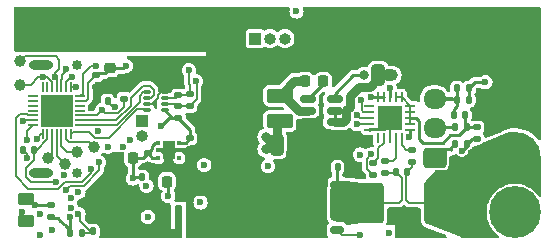
<source format=gbl>
G04 #@! TF.GenerationSoftware,KiCad,Pcbnew,8.0.7-8.0.7-0~ubuntu24.04.1*
G04 #@! TF.CreationDate,2024-12-31T12:59:00-07:00*
G04 #@! TF.ProjectId,2s 40A PSU and charger,32732034-3041-4205-9053-5520616e6420,V1*
G04 #@! TF.SameCoordinates,Original*
G04 #@! TF.FileFunction,Copper,L4,Bot*
G04 #@! TF.FilePolarity,Positive*
%FSLAX46Y46*%
G04 Gerber Fmt 4.6, Leading zero omitted, Abs format (unit mm)*
G04 Created by KiCad (PCBNEW 8.0.7-8.0.7-0~ubuntu24.04.1) date 2024-12-31 12:59:00*
%MOMM*%
%LPD*%
G01*
G04 APERTURE LIST*
G04 Aperture macros list*
%AMRoundRect*
0 Rectangle with rounded corners*
0 $1 Rounding radius*
0 $2 $3 $4 $5 $6 $7 $8 $9 X,Y pos of 4 corners*
0 Add a 4 corners polygon primitive as box body*
4,1,4,$2,$3,$4,$5,$6,$7,$8,$9,$2,$3,0*
0 Add four circle primitives for the rounded corners*
1,1,$1+$1,$2,$3*
1,1,$1+$1,$4,$5*
1,1,$1+$1,$6,$7*
1,1,$1+$1,$8,$9*
0 Add four rect primitives between the rounded corners*
20,1,$1+$1,$2,$3,$4,$5,0*
20,1,$1+$1,$4,$5,$6,$7,0*
20,1,$1+$1,$6,$7,$8,$9,0*
20,1,$1+$1,$8,$9,$2,$3,0*%
%AMFreePoly0*
4,1,9,2.350000,2.000000,2.100000,2.000000,2.100000,-1.100000,-2.100000,-1.100000,-2.100000,2.000000,-2.350000,2.000000,-2.350000,3.500000,2.350000,3.500000,2.350000,2.000000,2.350000,2.000000,$1*%
G04 Aperture macros list end*
G04 #@! TA.AperFunction,EtchedComponent*
%ADD10C,0.000000*%
G04 #@! TD*
G04 #@! TA.AperFunction,SMDPad,CuDef*
%ADD11RoundRect,0.367348X-0.532652X-1.332652X0.532652X-1.332652X0.532652X1.332652X-0.532652X1.332652X0*%
G04 #@! TD*
G04 #@! TA.AperFunction,ComponentPad*
%ADD12RoundRect,0.250000X0.725000X-0.600000X0.725000X0.600000X-0.725000X0.600000X-0.725000X-0.600000X0*%
G04 #@! TD*
G04 #@! TA.AperFunction,ComponentPad*
%ADD13O,1.950000X1.700000*%
G04 #@! TD*
G04 #@! TA.AperFunction,ComponentPad*
%ADD14R,1.000000X1.000000*%
G04 #@! TD*
G04 #@! TA.AperFunction,ComponentPad*
%ADD15O,1.000000X1.000000*%
G04 #@! TD*
G04 #@! TA.AperFunction,ComponentPad*
%ADD16C,0.700000*%
G04 #@! TD*
G04 #@! TA.AperFunction,ComponentPad*
%ADD17C,4.400000*%
G04 #@! TD*
G04 #@! TA.AperFunction,ComponentPad*
%ADD18C,0.600000*%
G04 #@! TD*
G04 #@! TA.AperFunction,ComponentPad*
%ADD19C,0.850000*%
G04 #@! TD*
G04 #@! TA.AperFunction,ComponentPad*
%ADD20O,2.050000X0.800000*%
G04 #@! TD*
G04 #@! TA.AperFunction,SMDPad,CuDef*
%ADD21RoundRect,0.140000X-0.170000X0.140000X-0.170000X-0.140000X0.170000X-0.140000X0.170000X0.140000X0*%
G04 #@! TD*
G04 #@! TA.AperFunction,SMDPad,CuDef*
%ADD22RoundRect,0.135000X0.135000X0.185000X-0.135000X0.185000X-0.135000X-0.185000X0.135000X-0.185000X0*%
G04 #@! TD*
G04 #@! TA.AperFunction,SMDPad,CuDef*
%ADD23RoundRect,0.093750X0.093750X0.106250X-0.093750X0.106250X-0.093750X-0.106250X0.093750X-0.106250X0*%
G04 #@! TD*
G04 #@! TA.AperFunction,HeatsinkPad*
%ADD24R,1.000000X1.600000*%
G04 #@! TD*
G04 #@! TA.AperFunction,SMDPad,CuDef*
%ADD25C,0.280000*%
G04 #@! TD*
G04 #@! TA.AperFunction,SMDPad,CuDef*
%ADD26RoundRect,0.135000X0.185000X-0.135000X0.185000X0.135000X-0.185000X0.135000X-0.185000X-0.135000X0*%
G04 #@! TD*
G04 #@! TA.AperFunction,SMDPad,CuDef*
%ADD27RoundRect,0.140000X-0.140000X-0.170000X0.140000X-0.170000X0.140000X0.170000X-0.140000X0.170000X0*%
G04 #@! TD*
G04 #@! TA.AperFunction,SMDPad,CuDef*
%ADD28RoundRect,0.250000X-0.325000X-0.650000X0.325000X-0.650000X0.325000X0.650000X-0.325000X0.650000X0*%
G04 #@! TD*
G04 #@! TA.AperFunction,SMDPad,CuDef*
%ADD29RoundRect,0.225000X0.225000X0.250000X-0.225000X0.250000X-0.225000X-0.250000X0.225000X-0.250000X0*%
G04 #@! TD*
G04 #@! TA.AperFunction,SMDPad,CuDef*
%ADD30C,1.000000*%
G04 #@! TD*
G04 #@! TA.AperFunction,SMDPad,CuDef*
%ADD31RoundRect,0.225000X-0.225000X-0.250000X0.225000X-0.250000X0.225000X0.250000X-0.225000X0.250000X0*%
G04 #@! TD*
G04 #@! TA.AperFunction,SMDPad,CuDef*
%ADD32RoundRect,0.050000X-0.285000X-0.100000X0.285000X-0.100000X0.285000X0.100000X-0.285000X0.100000X0*%
G04 #@! TD*
G04 #@! TA.AperFunction,SMDPad,CuDef*
%ADD33RoundRect,0.140000X0.170000X-0.140000X0.170000X0.140000X-0.170000X0.140000X-0.170000X-0.140000X0*%
G04 #@! TD*
G04 #@! TA.AperFunction,SMDPad,CuDef*
%ADD34RoundRect,0.250000X-0.850000X0.375000X-0.850000X-0.375000X0.850000X-0.375000X0.850000X0.375000X0*%
G04 #@! TD*
G04 #@! TA.AperFunction,SMDPad,CuDef*
%ADD35RoundRect,0.135000X-0.185000X0.135000X-0.185000X-0.135000X0.185000X-0.135000X0.185000X0.135000X0*%
G04 #@! TD*
G04 #@! TA.AperFunction,SMDPad,CuDef*
%ADD36C,0.200000*%
G04 #@! TD*
G04 #@! TA.AperFunction,SMDPad,CuDef*
%ADD37RoundRect,0.140000X0.140000X0.170000X-0.140000X0.170000X-0.140000X-0.170000X0.140000X-0.170000X0*%
G04 #@! TD*
G04 #@! TA.AperFunction,SMDPad,CuDef*
%ADD38RoundRect,0.135000X-0.135000X-0.185000X0.135000X-0.185000X0.135000X0.185000X-0.135000X0.185000X0*%
G04 #@! TD*
G04 #@! TA.AperFunction,SMDPad,CuDef*
%ADD39R,2.500000X2.800000*%
G04 #@! TD*
G04 #@! TA.AperFunction,SMDPad,CuDef*
%ADD40RoundRect,0.175000X0.400000X-0.175000X0.400000X0.175000X-0.400000X0.175000X-0.400000X-0.175000X0*%
G04 #@! TD*
G04 #@! TA.AperFunction,SMDPad,CuDef*
%ADD41FreePoly0,90.000000*%
G04 #@! TD*
G04 #@! TA.AperFunction,SMDPad,CuDef*
%ADD42R,2.800000X2.800000*%
G04 #@! TD*
G04 #@! TA.AperFunction,SMDPad,CuDef*
%ADD43R,0.812800X0.254000*%
G04 #@! TD*
G04 #@! TA.AperFunction,SMDPad,CuDef*
%ADD44R,0.254000X0.812800*%
G04 #@! TD*
G04 #@! TA.AperFunction,SMDPad,CuDef*
%ADD45R,2.159000X2.159000*%
G04 #@! TD*
G04 #@! TA.AperFunction,SMDPad,CuDef*
%ADD46RoundRect,0.050000X0.337500X0.050000X-0.337500X0.050000X-0.337500X-0.050000X0.337500X-0.050000X0*%
G04 #@! TD*
G04 #@! TA.AperFunction,SMDPad,CuDef*
%ADD47RoundRect,0.050000X0.050000X0.337500X-0.050000X0.337500X-0.050000X-0.337500X0.050000X-0.337500X0*%
G04 #@! TD*
G04 #@! TA.AperFunction,HeatsinkPad*
%ADD48R,2.800000X2.800000*%
G04 #@! TD*
G04 #@! TA.AperFunction,SMDPad,CuDef*
%ADD49RoundRect,0.250000X0.450000X-0.262500X0.450000X0.262500X-0.450000X0.262500X-0.450000X-0.262500X0*%
G04 #@! TD*
G04 #@! TA.AperFunction,SMDPad,CuDef*
%ADD50RoundRect,0.150000X0.512500X0.150000X-0.512500X0.150000X-0.512500X-0.150000X0.512500X-0.150000X0*%
G04 #@! TD*
G04 #@! TA.AperFunction,SMDPad,CuDef*
%ADD51RoundRect,0.147500X-0.172500X0.147500X-0.172500X-0.147500X0.172500X-0.147500X0.172500X0.147500X0*%
G04 #@! TD*
G04 #@! TA.AperFunction,SMDPad,CuDef*
%ADD52RoundRect,0.225000X-0.250000X0.225000X-0.250000X-0.225000X0.250000X-0.225000X0.250000X0.225000X0*%
G04 #@! TD*
G04 #@! TA.AperFunction,ViaPad*
%ADD53C,0.600000*%
G04 #@! TD*
G04 #@! TA.AperFunction,ViaPad*
%ADD54C,0.800000*%
G04 #@! TD*
G04 #@! TA.AperFunction,ViaPad*
%ADD55C,1.000000*%
G04 #@! TD*
G04 #@! TA.AperFunction,Conductor*
%ADD56C,0.160000*%
G04 #@! TD*
G04 #@! TA.AperFunction,Conductor*
%ADD57C,0.800000*%
G04 #@! TD*
G04 #@! TA.AperFunction,Conductor*
%ADD58C,0.280000*%
G04 #@! TD*
G04 #@! TA.AperFunction,Conductor*
%ADD59C,0.600000*%
G04 #@! TD*
G04 #@! TA.AperFunction,Conductor*
%ADD60C,0.200000*%
G04 #@! TD*
G04 APERTURE END LIST*
D10*
G04 #@! TA.AperFunction,EtchedComponent*
G04 #@! TO.C,NT7*
G36*
X145435000Y-120140000D02*
G01*
X144875000Y-120140000D01*
X144875000Y-119860000D01*
X145435000Y-119860000D01*
X145435000Y-120140000D01*
G37*
G04 #@! TD.AperFunction*
G04 #@! TA.AperFunction,EtchedComponent*
G04 #@! TO.C,NT8*
G36*
X145280000Y-124440000D02*
G01*
X144720000Y-124440000D01*
X144720000Y-124160000D01*
X145280000Y-124160000D01*
X145280000Y-124440000D01*
G37*
G04 #@! TD.AperFunction*
G04 #@! TA.AperFunction,EtchedComponent*
G04 #@! TO.C,NT1*
G36*
X143000000Y-128900000D02*
G01*
X142600000Y-128900000D01*
X142600000Y-128700000D01*
X143000000Y-128700000D01*
X143000000Y-128900000D01*
G37*
G04 #@! TD.AperFunction*
G04 #@! TA.AperFunction,EtchedComponent*
G04 #@! TO.C,NT10*
G36*
X112696985Y-130598995D02*
G01*
X112498995Y-130796985D01*
X112103015Y-130401005D01*
X112301005Y-130203015D01*
X112696985Y-130598995D01*
G37*
G04 #@! TD.AperFunction*
G04 #@! TA.AperFunction,EtchedComponent*
G04 #@! TO.C,NT11*
G36*
X140000000Y-128900000D02*
G01*
X139600000Y-128900000D01*
X139600000Y-128700000D01*
X140000000Y-128700000D01*
X140000000Y-128900000D01*
G37*
G04 #@! TD.AperFunction*
G04 #@! TD*
D11*
G04 #@! TO.P,R14,1*
G04 #@! TO.N,Net-(C4-Pad1)*
X138687500Y-128800000D03*
G04 #@! TO.P,R14,2*
G04 #@! TO.N,/Battery Balancer/-BAT*
X143912500Y-128800000D03*
G04 #@! TD*
D12*
G04 #@! TO.P,J2,1,Pin_1*
G04 #@! TO.N,/Battery Balancer/+BAT*
X143900000Y-125000000D03*
D13*
G04 #@! TO.P,J2,2,Pin_2*
G04 #@! TO.N,/Battery Balancer/Bat Cell 1*
X143900000Y-122500000D03*
G04 #@! TO.P,J2,3,Pin_3*
G04 #@! TO.N,/Battery Balancer/-BAT*
X143900000Y-120000000D03*
G04 #@! TD*
D14*
G04 #@! TO.P,J11,1,Pin_1*
G04 #@! TO.N,/Connectors/3.3v*
X128690000Y-114900000D03*
D15*
G04 #@! TO.P,J11,2,Pin_2*
G04 #@! TO.N,/Connectors/RS485+*
X129960000Y-114900000D03*
G04 #@! TO.P,J11,3,Pin_3*
G04 #@! TO.N,/Connectors/RS485-*
X131230000Y-114900000D03*
G04 #@! TO.P,J11,4,Pin_4*
G04 #@! TO.N,GND*
X132500000Y-114900000D03*
G04 #@! TD*
D14*
G04 #@! TO.P,J12,1,Pin_1*
G04 #@! TO.N,/Connectors/D+*
X119100000Y-121900000D03*
D15*
G04 #@! TO.P,J12,2,Pin_2*
G04 #@! TO.N,/Connectors/D-*
X119100000Y-123170000D03*
G04 #@! TD*
D16*
G04 #@! TO.P,H1,1,1*
G04 #@! TO.N,/Battery Balancer/+BAT*
X149050000Y-129600000D03*
X149533274Y-128433274D03*
X149533274Y-130766726D03*
X150700000Y-127950000D03*
D17*
X150700000Y-129600000D03*
D16*
X150700000Y-131250000D03*
X151866726Y-128433274D03*
X151866726Y-130766726D03*
X152350000Y-129600000D03*
G04 #@! TD*
D18*
G04 #@! TO.P,U3,29,PAD*
G04 #@! TO.N,GND*
X116400000Y-127550000D03*
X117450000Y-128600000D03*
X116400000Y-128600000D03*
X115350000Y-128600000D03*
X116400000Y-129650000D03*
G04 #@! TD*
D19*
G04 #@! TO.P,J10,S1,SHIELD*
G04 #@! TO.N,GND*
X113590000Y-117105000D03*
D20*
X110610000Y-117105000D03*
D19*
X113590000Y-126295000D03*
D20*
X110610000Y-126295000D03*
G04 #@! TD*
D21*
G04 #@! TO.P,C32,1*
G04 #@! TO.N,/Battery Charger/Always On PWR*
X119600000Y-124620000D03*
G04 #@! TO.P,C32,2*
G04 #@! TO.N,GND*
X119600000Y-125580000D03*
G04 #@! TD*
D22*
G04 #@! TO.P,R30,1*
G04 #@! TO.N,Net-(U3-CMPIN)*
X114010000Y-131400000D03*
G04 #@! TO.P,R30,2*
G04 #@! TO.N,/Battery Balancer/+BAT*
X112990000Y-131400000D03*
G04 #@! TD*
D23*
G04 #@! TO.P,U7,1,OUT*
G04 #@! TO.N,/Battery Charger/MCU3.3v*
X122275000Y-123700000D03*
G04 #@! TO.P,U7,2,NC*
G04 #@! TO.N,GND*
X122275000Y-124350000D03*
G04 #@! TO.P,U7,3,PG*
G04 #@! TO.N,unconnected-(U7-PG-Pad3)*
X122275000Y-125000000D03*
G04 #@! TO.P,U7,4,EN*
G04 #@! TO.N,/Battery Charger/Always On PWR*
X120500000Y-125000000D03*
G04 #@! TO.P,U7,5,GND*
G04 #@! TO.N,GND*
X120500000Y-124350000D03*
G04 #@! TO.P,U7,6,IN*
G04 #@! TO.N,/Battery Charger/Always On PWR*
X120500000Y-123700000D03*
D24*
G04 #@! TO.P,U7,7,EP*
G04 #@! TO.N,GND*
X121387500Y-124350000D03*
G04 #@! TD*
D25*
G04 #@! TO.P,NT7,1,1*
G04 #@! TO.N,Net-(C18-Pad2)*
X145435000Y-120000000D03*
G04 #@! TO.P,NT7,2,2*
G04 #@! TO.N,/Battery Balancer/-BAT*
X144875000Y-120000000D03*
G04 #@! TD*
D26*
G04 #@! TO.P,R26,1*
G04 #@! TO.N,/Connectors/RS485-*
X122200000Y-119710000D03*
G04 #@! TO.P,R26,2*
G04 #@! TO.N,GND*
X122200000Y-118690000D03*
G04 #@! TD*
D27*
G04 #@! TO.P,C15,1*
G04 #@! TO.N,/Battery Charger/Always On PWR*
X119120000Y-126600000D03*
G04 #@! TO.P,C15,2*
G04 #@! TO.N,GND*
X120080000Y-126600000D03*
G04 #@! TD*
D28*
G04 #@! TO.P,C28,1*
G04 #@! TO.N,/Battery Charger/MOTORPWR*
X139124999Y-118000000D03*
G04 #@! TO.P,C28,2*
G04 #@! TO.N,GND*
X142075001Y-118000000D03*
G04 #@! TD*
D22*
G04 #@! TO.P,R31,1*
G04 #@! TO.N,GND*
X116010000Y-131200000D03*
G04 #@! TO.P,R31,2*
G04 #@! TO.N,Net-(U3-CMPIN)*
X114990000Y-131200000D03*
G04 #@! TD*
D29*
G04 #@! TO.P,C31,1*
G04 #@! TO.N,/Battery Charger/Always On PWR*
X118375000Y-125000000D03*
G04 #@! TO.P,C31,2*
G04 #@! TO.N,GND*
X116825000Y-125000000D03*
G04 #@! TD*
G04 #@! TO.P,C40,1*
G04 #@! TO.N,Net-(U2-BST)*
X134475000Y-118500000D03*
G04 #@! TO.P,C40,2*
G04 #@! TO.N,Net-(U2-SW)*
X132925000Y-118500000D03*
G04 #@! TD*
D25*
G04 #@! TO.P,NT8,1,1*
G04 #@! TO.N,Net-(NT8-Pad1)*
X145280000Y-124300000D03*
G04 #@! TO.P,NT8,2,2*
G04 #@! TO.N,/Battery Balancer/+BAT*
X144720000Y-124300000D03*
G04 #@! TD*
D30*
G04 #@! TO.P,TP4,1,1*
G04 #@! TO.N,/SDA*
X108800000Y-116800000D03*
G04 #@! TD*
G04 #@! TO.P,TP3,1,1*
G04 #@! TO.N,/MCU/SCLK*
X113600000Y-124500000D03*
G04 #@! TD*
D31*
G04 #@! TO.P,C24,1*
G04 #@! TO.N,/Battery Charger/REGN*
X121225000Y-127000000D03*
G04 #@! TO.P,C24,2*
G04 #@! TO.N,GND*
X122775000Y-127000000D03*
G04 #@! TD*
D22*
G04 #@! TO.P,R16,1*
G04 #@! TO.N,/Battery Balancer/Mid*
X146610000Y-122400000D03*
G04 #@! TO.P,R16,2*
G04 #@! TO.N,/Battery Balancer/Bat Cell 1*
X145590000Y-122400000D03*
G04 #@! TD*
D32*
G04 #@! TO.P,U5,1,RO*
G04 #@! TO.N,/MCU/UART1_RX*
X119560000Y-120950000D03*
G04 #@! TO.P,U5,2,~{RE}*
G04 #@! TO.N,GND*
X119560000Y-120450000D03*
G04 #@! TO.P,U5,3,DE*
G04 #@! TO.N,/MCU/UART1-RTS*
X119560000Y-119950000D03*
G04 #@! TO.P,U5,4,DI*
G04 #@! TO.N,/MCU/UART1_TX*
X119560000Y-119450000D03*
G04 #@! TO.P,U5,5,GND*
G04 #@! TO.N,GND*
X121040000Y-119450000D03*
G04 #@! TO.P,U5,6,A*
G04 #@! TO.N,/Connectors/RS485-*
X121040000Y-119950000D03*
G04 #@! TO.P,U5,7,B*
G04 #@! TO.N,/Connectors/RS485+*
X121040000Y-120450000D03*
G04 #@! TO.P,U5,8,VCC*
G04 #@! TO.N,/Battery Charger/MCU3.3v*
X121040000Y-120950000D03*
G04 #@! TD*
D33*
G04 #@! TO.P,C13,1*
G04 #@! TO.N,/Battery Balancer/Up*
X147500000Y-123380000D03*
G04 #@! TO.P,C13,2*
G04 #@! TO.N,/Battery Balancer/Mid*
X147500000Y-122420000D03*
G04 #@! TD*
D22*
G04 #@! TO.P,R17,1*
G04 #@! TO.N,/Battery Balancer/Low*
X146810000Y-119100000D03*
G04 #@! TO.P,R17,2*
G04 #@! TO.N,Net-(C18-Pad2)*
X145790000Y-119100000D03*
G04 #@! TD*
D30*
G04 #@! TO.P,TP2,1,1*
G04 #@! TO.N,/MCU/CS*
X115100000Y-124100000D03*
G04 #@! TD*
D34*
G04 #@! TO.P,L3,1,1*
G04 #@! TO.N,Net-(U2-SW)*
X130800000Y-119725000D03*
G04 #@! TO.P,L3,2,2*
G04 #@! TO.N,/Connectors/3.3v*
X130800000Y-121875000D03*
G04 #@! TD*
D35*
G04 #@! TO.P,R6,1*
G04 #@! TO.N,Net-(U1-DSG)*
X138700000Y-125440000D03*
G04 #@! TO.P,R6,2*
G04 #@! TO.N,Net-(Q6-G)*
X138700000Y-126460000D03*
G04 #@! TD*
D36*
G04 #@! TO.P,NT1,1,1*
G04 #@! TO.N,/Battery Balancer/-BAT*
X143000000Y-128800000D03*
G04 #@! TO.P,NT1,2,2*
G04 #@! TO.N,Net-(C3-Pad1)*
X142600000Y-128800000D03*
G04 #@! TD*
D30*
G04 #@! TO.P,TP5,1,1*
G04 #@! TO.N,/MCU/MISO*
X112600000Y-125500000D03*
G04 #@! TD*
G04 #@! TO.P,TP6,1,1*
G04 #@! TO.N,/MCU/MOSI*
X111200000Y-125000000D03*
G04 #@! TD*
D35*
G04 #@! TO.P,R5,1*
G04 #@! TO.N,Net-(U1-SRN)*
X139700000Y-125240000D03*
G04 #@! TO.P,R5,2*
G04 #@! TO.N,Net-(C3-Pad2)*
X139700000Y-126260000D03*
G04 #@! TD*
G04 #@! TO.P,R27,1*
G04 #@! TO.N,/Connectors/RS485-*
X123200000Y-119590000D03*
G04 #@! TO.P,R27,2*
G04 #@! TO.N,/Connectors/RS485+*
X123200000Y-120610000D03*
G04 #@! TD*
D25*
G04 #@! TO.P,NT10,1,1*
G04 #@! TO.N,Net-(D2-A)*
X112202010Y-130302010D03*
G04 #@! TO.P,NT10,2,2*
G04 #@! TO.N,/Battery Balancer/+BAT*
X112597990Y-130697990D03*
G04 #@! TD*
D37*
G04 #@! TO.P,C30,1*
G04 #@! TO.N,/Battery Charger/Charger IDCHG*
X109980000Y-124300000D03*
G04 #@! TO.P,C30,2*
G04 #@! TO.N,GND*
X109020000Y-124300000D03*
G04 #@! TD*
D38*
G04 #@! TO.P,R33,1*
G04 #@! TO.N,GND*
X115190000Y-120200000D03*
G04 #@! TO.P,R33,2*
G04 #@! TO.N,/Connectors/CC1*
X116210000Y-120200000D03*
G04 #@! TD*
D35*
G04 #@! TO.P,R4,1*
G04 #@! TO.N,Net-(U1-SRP)*
X142000000Y-124290000D03*
G04 #@! TO.P,R4,2*
G04 #@! TO.N,Net-(C3-Pad1)*
X142000000Y-125310000D03*
G04 #@! TD*
D39*
G04 #@! TO.P,J8,1,Pin_1*
G04 #@! TO.N,GND*
X150950000Y-114600000D03*
G04 #@! TD*
D21*
G04 #@! TO.P,C25,1*
G04 #@! TO.N,/Battery Charger/MCU3.3v*
X115200000Y-118020000D03*
G04 #@! TO.P,C25,2*
G04 #@! TO.N,GND*
X115200000Y-118980000D03*
G04 #@! TD*
D37*
G04 #@! TO.P,C19,1*
G04 #@! TO.N,/Battery Balancer/Low*
X146780000Y-120100000D03*
G04 #@! TO.P,C19,2*
G04 #@! TO.N,Net-(C18-Pad2)*
X145820000Y-120100000D03*
G04 #@! TD*
D40*
G04 #@! TO.P,Q6,1,S*
G04 #@! TO.N,Net-(C4-Pad1)*
X135650000Y-127295000D03*
G04 #@! TO.P,Q6,2,S*
X135650000Y-128565000D03*
G04 #@! TO.P,Q6,3,S*
X135650000Y-129835000D03*
G04 #@! TO.P,Q6,4,G*
G04 #@! TO.N,Net-(Q6-G)*
X135650000Y-131105000D03*
D41*
G04 #@! TO.P,Q6,5,D*
G04 #@! TO.N,GND*
X132925000Y-129200000D03*
G04 #@! TD*
D21*
G04 #@! TO.P,C33,1*
G04 #@! TO.N,/Battery Charger/MCU3.3v*
X123200000Y-123320000D03*
G04 #@! TO.P,C33,2*
G04 #@! TO.N,GND*
X123200000Y-124280000D03*
G04 #@! TD*
D37*
G04 #@! TO.P,C18,1*
G04 #@! TO.N,/Battery Balancer/Mid*
X146460000Y-121400000D03*
G04 #@! TO.P,C18,2*
G04 #@! TO.N,Net-(C18-Pad2)*
X145500000Y-121400000D03*
G04 #@! TD*
D42*
G04 #@! TO.P,J7,1,Pin_1*
G04 #@! TO.N,GND*
X110250000Y-113650000D03*
G04 #@! TD*
D43*
G04 #@! TO.P,U1,1,VC3A*
G04 #@! TO.N,/Battery Balancer/Mid*
X141827200Y-120599748D03*
G04 #@! TO.P,U1,2,VC3B*
X141827200Y-121099874D03*
G04 #@! TO.P,U1,3,VC2*
X141827200Y-121600000D03*
G04 #@! TO.P,U1,4,VC1*
X141827200Y-122100126D03*
G04 #@! TO.P,U1,5,VC0*
G04 #@! TO.N,/Battery Balancer/Low*
X141827200Y-122600252D03*
D44*
G04 #@! TO.P,U1,6,SRP*
G04 #@! TO.N,Net-(U1-SRP)*
X141100252Y-123327200D03*
G04 #@! TO.P,U1,7,SRN*
G04 #@! TO.N,Net-(U1-SRN)*
X140600126Y-123327200D03*
G04 #@! TO.P,U1,8,TS*
G04 #@! TO.N,/Battery Balancer/-BAT*
X140100000Y-123327200D03*
G04 #@! TO.P,U1,9,DSG*
G04 #@! TO.N,Net-(U1-DSG)*
X139599874Y-123327200D03*
G04 #@! TO.P,U1,10,CHG*
G04 #@! TO.N,unconnected-(U1-CHG-Pad10)*
X139099748Y-123327200D03*
D43*
G04 #@! TO.P,U1,11,VSS*
G04 #@! TO.N,/Battery Balancer/-BAT*
X138372800Y-122600252D03*
G04 #@! TO.P,U1,12,SCL*
G04 #@! TO.N,/SCL*
X138372800Y-122100126D03*
G04 #@! TO.P,U1,13,SDA*
G04 #@! TO.N,/SDA*
X138372800Y-121600000D03*
G04 #@! TO.P,U1,14,ALERT*
G04 #@! TO.N,/Battery Balancer/Balancer Alert*
X138372800Y-121099874D03*
G04 #@! TO.P,U1,15,REGOUT*
G04 #@! TO.N,unconnected-(U1-REGOUT-Pad15)*
X138372800Y-120599748D03*
D44*
G04 #@! TO.P,U1,16,REGSRC*
G04 #@! TO.N,Net-(U1-BAT)*
X139099748Y-119872800D03*
G04 #@! TO.P,U1,17,BAT*
X139599874Y-119872800D03*
G04 #@! TO.P,U1,18,V5*
G04 #@! TO.N,/Battery Balancer/Up*
X140100000Y-119872800D03*
G04 #@! TO.P,U1,19,VC4A*
G04 #@! TO.N,/Battery Balancer/Mid*
X140600126Y-119872800D03*
G04 #@! TO.P,U1,20,VC4B*
X141100252Y-119872800D03*
D45*
G04 #@! TO.P,U1,21,GND*
G04 #@! TO.N,/Battery Balancer/-BAT*
X140100000Y-121600000D03*
G04 #@! TD*
D37*
G04 #@! TO.P,C4,1*
G04 #@! TO.N,Net-(C4-Pad1)*
X135680000Y-125800000D03*
G04 #@! TO.P,C4,2*
G04 #@! TO.N,GND*
X134720000Y-125800000D03*
G04 #@! TD*
D28*
G04 #@! TO.P,C27,1*
G04 #@! TO.N,/Connectors/3.3v*
X130525000Y-123900000D03*
G04 #@! TO.P,C27,2*
G04 #@! TO.N,GND*
X133475000Y-123900000D03*
G04 #@! TD*
D46*
G04 #@! TO.P,U6,1,CC2/PC15*
G04 #@! TO.N,/Connectors/CC2*
X113887500Y-119800000D03*
G04 #@! TO.P,U6,2,VDD*
G04 #@! TO.N,/Battery Charger/MCU3.3v*
X113887500Y-120200000D03*
G04 #@! TO.P,U6,3,PC0*
G04 #@! TO.N,unconnected-(U6-PC0-Pad3)*
X113887500Y-120600000D03*
G04 #@! TO.P,U6,4,PC3*
G04 #@! TO.N,unconnected-(U6-PC3-Pad4)*
X113887500Y-121000000D03*
G04 #@! TO.P,U6,5,ADC0/PA0*
G04 #@! TO.N,/Battery Charger/Charger IADP*
X113887500Y-121400000D03*
G04 #@! TO.P,U6,6,ADC1/PA1*
G04 #@! TO.N,/MCU/UART1-RTS*
X113887500Y-121800000D03*
G04 #@! TO.P,U6,7,ADC2/PA2*
G04 #@! TO.N,/MCU/UART1_TX*
X113887500Y-122200000D03*
D47*
G04 #@! TO.P,U6,8,ADC3/PA3*
G04 #@! TO.N,/MCU/UART1_RX*
X113100000Y-122987500D03*
G04 #@! TO.P,U6,9,ADC4/PA4*
G04 #@! TO.N,/MCU/CS*
X112700000Y-122987500D03*
G04 #@! TO.P,U6,10,ADC5/PA5*
G04 #@! TO.N,/MCU/SCLK*
X112300000Y-122987500D03*
G04 #@! TO.P,U6,11,ADC6/PA6*
G04 #@! TO.N,/MCU/MISO*
X111900000Y-122987500D03*
G04 #@! TO.P,U6,12,ADC7/PA7*
G04 #@! TO.N,/MCU/MOSI*
X111500000Y-122987500D03*
G04 #@! TO.P,U6,13,PB0/ADC8*
G04 #@! TO.N,/Battery Charger/Charger IDCHG*
X111100000Y-122987500D03*
G04 #@! TO.P,U6,14,PB3*
G04 #@! TO.N,/Battery Balancer/Balancer Alert*
X110700000Y-122987500D03*
D46*
G04 #@! TO.P,U6,15,PB4*
G04 #@! TO.N,/Battery Charger/Charger PROCHOT*
X109912500Y-122200000D03*
G04 #@! TO.P,U6,16,PB1/PB5/ADC9*
G04 #@! TO.N,/MCU/LED*
X109912500Y-121800000D03*
G04 #@! TO.P,U6,17,PB6*
G04 #@! TO.N,/Battery Charger/PWRON*
X109912500Y-121400000D03*
G04 #@! TO.P,U6,18,PB7*
G04 #@! TO.N,unconnected-(U6-PB7-Pad18)*
X109912500Y-121000000D03*
G04 #@! TO.P,U6,19,PB8*
G04 #@! TO.N,unconnected-(U6-PB8-Pad19)*
X109912500Y-120600000D03*
G04 #@! TO.P,U6,20,PB9*
G04 #@! TO.N,unconnected-(U6-PB9-Pad20)*
X109912500Y-120200000D03*
G04 #@! TO.P,U6,21,PB10*
G04 #@! TO.N,unconnected-(U6-PB10-Pad21)*
X109912500Y-119800000D03*
D47*
G04 #@! TO.P,U6,22,PB11*
G04 #@! TO.N,unconnected-(U6-PB11-Pad22)*
X110700000Y-119012500D03*
G04 #@! TO.P,U6,23,PB12*
G04 #@! TO.N,unconnected-(U6-PB12-Pad23)*
X111100000Y-119012500D03*
G04 #@! TO.P,U6,24,SWCLK/PC19*
G04 #@! TO.N,/SCL*
X111500000Y-119012500D03*
G04 #@! TO.P,U6,25,SWDIO/PC18*
G04 #@! TO.N,/SDA*
X111900000Y-119012500D03*
G04 #@! TO.P,U6,26,USB1_DM/PC16*
G04 #@! TO.N,/Connectors/D-*
X112300000Y-119012500D03*
G04 #@! TO.P,U6,27,USB1_DP/PC17*
G04 #@! TO.N,/Connectors/D+*
X112700000Y-119012500D03*
G04 #@! TO.P,U6,28,CC1/PC14*
G04 #@! TO.N,/Connectors/CC1*
X113100000Y-119012500D03*
D48*
G04 #@! TO.P,U6,29,GND*
G04 #@! TO.N,GND*
X111900000Y-121000000D03*
G04 #@! TD*
D49*
G04 #@! TO.P,R9,1*
G04 #@! TO.N,/Battery Charger/Always On PWR*
X109300000Y-130312500D03*
G04 #@! TO.P,R9,2*
G04 #@! TO.N,Net-(D2-K)*
X109300000Y-128487500D03*
G04 #@! TD*
D30*
G04 #@! TO.P,TP1,1,1*
G04 #@! TO.N,/SCL*
X108800000Y-118800000D03*
G04 #@! TD*
D22*
G04 #@! TO.P,R15,1*
G04 #@! TO.N,/Battery Balancer/Up*
X146610000Y-123800000D03*
G04 #@! TO.P,R15,2*
G04 #@! TO.N,Net-(NT8-Pad1)*
X145590000Y-123800000D03*
G04 #@! TD*
D26*
G04 #@! TO.P,R28,1*
G04 #@! TO.N,/Battery Charger/MCU3.3v*
X122200000Y-121610000D03*
G04 #@! TO.P,R28,2*
G04 #@! TO.N,/Connectors/RS485+*
X122200000Y-120590000D03*
G04 #@! TD*
D36*
G04 #@! TO.P,NT11,1,1*
G04 #@! TO.N,Net-(C4-Pad1)*
X139600000Y-128800000D03*
G04 #@! TO.P,NT11,2,2*
G04 #@! TO.N,Net-(C3-Pad2)*
X140000000Y-128800000D03*
G04 #@! TD*
D50*
G04 #@! TO.P,U2,1,FB*
G04 #@! TO.N,/Connectors/3.3v*
X135437500Y-120050000D03*
G04 #@! TO.P,U2,2,EN*
G04 #@! TO.N,/Battery Charger/MOTORPWR*
X135437500Y-121000000D03*
G04 #@! TO.P,U2,3,IN*
X135437500Y-121950000D03*
G04 #@! TO.P,U2,4,GND*
G04 #@! TO.N,GND*
X133162500Y-121950000D03*
G04 #@! TO.P,U2,5,SW*
G04 #@! TO.N,Net-(U2-SW)*
X133162500Y-121000000D03*
G04 #@! TO.P,U2,6,BST*
G04 #@! TO.N,Net-(U2-BST)*
X133162500Y-120050000D03*
G04 #@! TD*
D51*
G04 #@! TO.P,D2,1,K*
G04 #@! TO.N,Net-(D2-K)*
X111400000Y-129015000D03*
G04 #@! TO.P,D2,2,A*
G04 #@! TO.N,Net-(D2-A)*
X111400000Y-129985000D03*
G04 #@! TD*
D39*
G04 #@! TO.P,J9,1,Pin_1*
G04 #@! TO.N,GND*
X113950000Y-114600000D03*
G04 #@! TD*
D52*
G04 #@! TO.P,C26,1*
G04 #@! TO.N,/Battery Charger/MCU3.3v*
X116400000Y-117425000D03*
G04 #@! TO.P,C26,2*
G04 #@! TO.N,GND*
X116400000Y-118975000D03*
G04 #@! TD*
D33*
G04 #@! TO.P,C29,1*
G04 #@! TO.N,/Battery Charger/Charger IADP*
X117600000Y-119980000D03*
G04 #@! TO.P,C29,2*
G04 #@! TO.N,GND*
X117600000Y-119020000D03*
G04 #@! TD*
D42*
G04 #@! TO.P,J6,1,Pin_1*
G04 #@! TO.N,GND*
X147200001Y-113650000D03*
G04 #@! TD*
D37*
G04 #@! TO.P,C3,1*
G04 #@! TO.N,Net-(C3-Pad1)*
X141580000Y-126200000D03*
G04 #@! TO.P,C3,2*
G04 #@! TO.N,Net-(C3-Pad2)*
X140620000Y-126200000D03*
G04 #@! TD*
D16*
G04 #@! TO.P,H2,1,1*
G04 #@! TO.N,/Battery Balancer/-BAT*
X149533274Y-123833274D03*
X150700000Y-123350000D03*
X149050000Y-125000000D03*
X151866726Y-123833274D03*
D17*
X150700000Y-125000000D03*
D16*
X149533274Y-126166726D03*
X152350000Y-125000000D03*
X150700000Y-126650000D03*
X151866726Y-126166726D03*
G04 #@! TD*
D53*
G04 #@! TO.N,Net-(U3-BATDRV)*
X137584017Y-124720000D03*
D54*
G04 #@! TO.N,/Connectors/3.3v*
X129600000Y-123200000D03*
X129600000Y-124260000D03*
X137949999Y-117972800D03*
D53*
G04 #@! TO.N,GND*
X130000000Y-129200000D03*
X150000000Y-121700000D03*
X129200000Y-128600000D03*
X152000000Y-120700000D03*
X119700000Y-112550000D03*
X124900000Y-130600000D03*
X109412841Y-124967080D03*
X141900000Y-113400000D03*
X131845000Y-123900000D03*
X124000000Y-130600000D03*
X118800000Y-117200000D03*
X130000000Y-127900000D03*
X151000000Y-120700000D03*
X151000000Y-121700000D03*
X152000000Y-119700000D03*
X115365000Y-122744994D03*
X137350595Y-123440000D03*
X123000000Y-125740000D03*
X130000000Y-126780000D03*
X141500000Y-130400000D03*
X150000000Y-120700000D03*
X141500000Y-131400000D03*
X135607048Y-123056411D03*
X134600000Y-123100000D03*
X123500000Y-129700000D03*
X152000000Y-121700000D03*
X124500000Y-129900000D03*
X129200000Y-130800000D03*
X129200000Y-127400000D03*
X131584856Y-124700000D03*
X125700000Y-130700000D03*
X132700000Y-123005000D03*
X139000000Y-112700000D03*
X151000000Y-119700000D03*
X130000000Y-130400000D03*
X122200000Y-129311716D03*
X129200000Y-129800000D03*
X140000000Y-131350000D03*
X121344634Y-118762843D03*
X117539569Y-124084202D03*
X141900000Y-112600000D03*
X150000000Y-119700000D03*
X119700000Y-117200000D03*
X111900000Y-121000000D03*
X119750000Y-113450000D03*
G04 #@! TO.N,Net-(Q4-G)*
X124400000Y-125600000D03*
X119499999Y-127370000D03*
G04 #@! TO.N,Net-(D2-K)*
X110100000Y-129000000D03*
G04 #@! TO.N,Net-(U1-BAT)*
X138500000Y-119872800D03*
D55*
G04 #@! TO.N,/Battery Charger/MOTORPWR*
X140300000Y-118000000D03*
D53*
G04 #@! TO.N,/Battery Balancer/Up*
X140095298Y-119095681D03*
X146204970Y-124404180D03*
G04 #@! TO.N,/Battery Charger/Always On PWR*
X108980342Y-129579999D03*
X118340000Y-126740000D03*
G04 #@! TO.N,/Battery Balancer/Low*
X148200000Y-118600000D03*
X141687254Y-123262868D03*
G04 #@! TO.N,/Battery Charger/REGN*
X121351203Y-128231716D03*
G04 #@! TO.N,/Connectors/RS485+*
X123692815Y-118504085D03*
G04 #@! TO.N,/Connectors/RS485-*
X123084774Y-117584774D03*
G04 #@! TO.N,Net-(U3-CMPIN)*
X113743225Y-129740000D03*
G04 #@! TO.N,Net-(Q5-G)*
X124071716Y-128771716D03*
X119602919Y-129980001D03*
G04 #@! TO.N,Net-(Q6-G)*
X138519740Y-124705000D03*
X137550000Y-131500000D03*
G04 #@! TO.N,Net-(U3-BATDRV)*
X110500000Y-131500000D03*
G04 #@! TO.N,Net-(U3-BATSRC)*
X111500000Y-131100000D03*
X129792500Y-125700000D03*
G04 #@! TO.N,Net-(U3-ACOK)*
X112700000Y-127700000D03*
X115500000Y-125380000D03*
G04 #@! TO.N,/Battery Charger/Charger IADP*
X115712500Y-120960000D03*
X112499818Y-126454760D03*
G04 #@! TO.N,/SCL*
X113100000Y-129200000D03*
X137313454Y-122157836D03*
X110700000Y-118165000D03*
G04 #@! TO.N,/Battery Charger/Charger IDCHG*
X111800000Y-127064873D03*
G04 #@! TO.N,/SDA*
X113100000Y-128400000D03*
X111775092Y-118124908D03*
X137328488Y-121331805D03*
G04 #@! TO.N,/MCU/LED*
X109011888Y-121871888D03*
X132200000Y-112600000D03*
G04 #@! TO.N,/Battery Charger/Charger PROCHOT*
X109400000Y-123500000D03*
X113745629Y-127900000D03*
G04 #@! TO.N,/Connectors/CC2*
X116279899Y-124084999D03*
X115200000Y-117200000D03*
G04 #@! TO.N,/Battery Balancer/Balancer Alert*
X137698929Y-120098501D03*
X110200000Y-123400000D03*
G04 #@! TO.N,/Connectors/CC1*
X118100000Y-123500000D03*
X116833024Y-120686438D03*
X113500000Y-119000000D03*
G04 #@! TO.N,/Connectors/D-*
X112700000Y-117500000D03*
G04 #@! TO.N,/Battery Charger/PWRON*
X114844338Y-125944338D03*
G04 #@! TO.N,/Battery Charger/MCU3.3v*
X117745496Y-117225000D03*
X110450206Y-129723090D03*
X120741937Y-122269999D03*
G04 #@! TO.N,/Battery Balancer/-BAT*
X140517019Y-121662631D03*
X139400000Y-122300000D03*
G04 #@! TO.N,/Battery Balancer/+BAT*
X112989139Y-130012669D03*
G04 #@! TO.N,/Connectors/D+*
X113205382Y-118167775D03*
G04 #@! TD*
D56*
G04 #@! TO.N,Net-(C3-Pad1)*
X142600000Y-128800000D02*
X141700000Y-128800000D01*
X141500000Y-128600000D02*
X141500000Y-126280000D01*
X141700000Y-128800000D02*
X141500000Y-128600000D01*
X141500000Y-126280000D02*
X141580000Y-126200000D01*
G04 #@! TO.N,Net-(C3-Pad2)*
X141100000Y-128600000D02*
X141100000Y-126680000D01*
X140000000Y-128800000D02*
X140900000Y-128800000D01*
X140900000Y-128800000D02*
X141100000Y-128600000D01*
X141100000Y-126680000D02*
X140620000Y-126200000D01*
G04 #@! TO.N,Net-(Q6-G)*
X137550000Y-131500000D02*
X136045000Y-131500000D01*
X136045000Y-131500000D02*
X135650000Y-131105000D01*
X138519740Y-124705000D02*
X138140000Y-125084740D01*
G04 #@! TO.N,Net-(U1-DSG)*
X138700000Y-125440000D02*
X139100000Y-125040000D01*
X139100000Y-125040000D02*
X139100000Y-124200000D01*
X139599874Y-123700126D02*
X139599874Y-123327200D01*
X139100000Y-124200000D02*
X139599874Y-123700126D01*
G04 #@! TO.N,Net-(Q6-G)*
X138140000Y-125084740D02*
X138140000Y-125900000D01*
X138140000Y-125900000D02*
X138700000Y-126460000D01*
D57*
G04 #@! TO.N,/Connectors/3.3v*
X130800000Y-121875000D02*
X130525000Y-122150000D01*
D58*
X135437500Y-119562500D02*
X135437500Y-120050000D01*
D57*
X129600000Y-124260000D02*
X129874966Y-123985034D01*
D59*
X130525000Y-123900000D02*
X130439966Y-123985034D01*
D58*
X137027200Y-117972800D02*
X135437500Y-119562500D01*
D57*
X130385034Y-123985034D02*
X130439966Y-123985034D01*
X130525000Y-122150000D02*
X130525000Y-123900000D01*
D58*
X137949999Y-117972800D02*
X137027200Y-117972800D01*
D57*
X129600000Y-123200000D02*
X130385034Y-123985034D01*
X129874966Y-123985034D02*
X130439966Y-123985034D01*
D56*
G04 #@! TO.N,GND*
X120705000Y-119450000D02*
X121040000Y-119450000D01*
X120465000Y-119917402D02*
X119932402Y-120450000D01*
D58*
X134720000Y-125800000D02*
X134720000Y-127405000D01*
D56*
X115190000Y-120200000D02*
X115190000Y-118990000D01*
X120465000Y-119690000D02*
X120705000Y-119450000D01*
X116445000Y-119020000D02*
X116400000Y-118975000D01*
X115200000Y-118980000D02*
X116395000Y-118980000D01*
X119530000Y-120420000D02*
X119560000Y-120450000D01*
X121440000Y-119450000D02*
X122200000Y-118690000D01*
X109412841Y-124967080D02*
X109412841Y-124692841D01*
X121344634Y-118762843D02*
X121417477Y-118690000D01*
X115190000Y-118990000D02*
X115200000Y-118980000D01*
X120465000Y-119917402D02*
X120465000Y-119690000D01*
X122275000Y-124350000D02*
X123130000Y-124350000D01*
X123130000Y-124350000D02*
X123200000Y-124280000D01*
X121417477Y-118690000D02*
X122200000Y-118690000D01*
X109412841Y-124692841D02*
X109020000Y-124300000D01*
D58*
X134720000Y-127405000D02*
X132925000Y-129200000D01*
D56*
X117600000Y-119020000D02*
X116445000Y-119020000D01*
X121040000Y-119450000D02*
X121440000Y-119450000D01*
X119932402Y-120450000D02*
X119560000Y-120450000D01*
X117539569Y-124084202D02*
X117539569Y-124285431D01*
X116395000Y-118980000D02*
X116400000Y-118975000D01*
D58*
G04 #@! TO.N,Net-(C4-Pad1)*
X135680000Y-125800000D02*
X135650000Y-125830000D01*
X135650000Y-125830000D02*
X135650000Y-127295000D01*
D57*
G04 #@! TO.N,Net-(U2-SW)*
X132925000Y-118500000D02*
X132025000Y-118500000D01*
X133162500Y-121000000D02*
X132385184Y-121000000D01*
X131110184Y-119725000D02*
X130800000Y-119725000D01*
X132385184Y-121000000D02*
X131110184Y-119725000D01*
X132025000Y-118500000D02*
X130800000Y-119725000D01*
D58*
G04 #@! TO.N,Net-(U2-BST)*
X134475000Y-118500000D02*
X134475000Y-118737500D01*
X134475000Y-118737500D02*
X133162500Y-120050000D01*
G04 #@! TO.N,Net-(D2-K)*
X110100000Y-129000000D02*
X111385000Y-129000000D01*
X111385000Y-129000000D02*
X111400000Y-129015000D01*
G04 #@! TO.N,Net-(U1-BAT)*
X139599874Y-119872800D02*
X139099748Y-119872800D01*
X138500000Y-119872800D02*
X139099748Y-119872800D01*
D57*
G04 #@! TO.N,/Battery Charger/MOTORPWR*
X136700000Y-119800000D02*
X136700000Y-120687500D01*
X140300000Y-118000000D02*
X139124999Y-118000000D01*
X136150000Y-121950000D02*
X135437500Y-121950000D01*
D58*
X135437500Y-121000000D02*
X135437500Y-121950000D01*
D57*
X136700000Y-120687500D02*
X136428488Y-120959012D01*
X138400000Y-118972800D02*
X137527200Y-118972800D01*
X136428488Y-121671512D02*
X136150000Y-121950000D01*
X139124999Y-118000000D02*
X139124999Y-118247801D01*
X139124999Y-118247801D02*
X138400000Y-118972800D01*
X137527200Y-118972800D02*
X136700000Y-119800000D01*
X136428488Y-120959012D02*
X136428488Y-121671512D01*
D58*
G04 #@! TO.N,/Battery Balancer/Mid*
X147480000Y-122400000D02*
X147500000Y-122420000D01*
X144600000Y-123700000D02*
X142900000Y-123700000D01*
D60*
X141100252Y-119872800D02*
X141827200Y-120599748D01*
D58*
X142300000Y-121600000D02*
X141827200Y-121600000D01*
X146460000Y-122250000D02*
X146610000Y-122400000D01*
X142573600Y-123373600D02*
X142573600Y-121873600D01*
D60*
X140600126Y-119872800D02*
X141100252Y-119872800D01*
X141827200Y-120599748D02*
X141827200Y-122100126D01*
D58*
X146610000Y-122400000D02*
X145950000Y-123060000D01*
X146460000Y-121400000D02*
X146460000Y-122250000D01*
X142573600Y-121873600D02*
X142300000Y-121600000D01*
X145240000Y-123060000D02*
X144600000Y-123700000D01*
X142900000Y-123700000D02*
X142573600Y-123373600D01*
X146610000Y-122400000D02*
X147480000Y-122400000D01*
X145950000Y-123060000D02*
X145240000Y-123060000D01*
G04 #@! TO.N,/Battery Balancer/Up*
X147030000Y-123380000D02*
X146610000Y-123800000D01*
X140100000Y-119100383D02*
X140100000Y-119872800D01*
X140095298Y-119095681D02*
X140100000Y-119100383D01*
X146204970Y-124404180D02*
X146610000Y-123999150D01*
X146610000Y-123999150D02*
X146610000Y-123800000D01*
X147500000Y-123380000D02*
X147030000Y-123380000D01*
G04 #@! TO.N,/Battery Charger/Always On PWR*
X120500000Y-125000000D02*
X119980000Y-125000000D01*
X108980342Y-129992842D02*
X109300000Y-130312500D01*
X118340000Y-126740000D02*
X118375000Y-126705000D01*
X120500000Y-123700000D02*
X120200000Y-123700000D01*
X108980342Y-129579999D02*
X108980342Y-129992842D01*
X118375000Y-125000000D02*
X119220000Y-125000000D01*
X118340000Y-126740000D02*
X118480000Y-126600000D01*
X119940000Y-124280000D02*
X119600000Y-124620000D01*
X118375000Y-126705000D02*
X118375000Y-125000000D01*
X118480000Y-126600000D02*
X119120000Y-126600000D01*
X119220000Y-125000000D02*
X119600000Y-124620000D01*
X119940000Y-123960000D02*
X119940000Y-124280000D01*
X120200000Y-123700000D02*
X119940000Y-123960000D01*
X119980000Y-125000000D02*
X119600000Y-124620000D01*
G04 #@! TO.N,/Battery Balancer/Low*
X146810000Y-120070000D02*
X146780000Y-120100000D01*
X141827200Y-123122922D02*
X141827200Y-122600252D01*
X147310000Y-118600000D02*
X146810000Y-119100000D01*
X141687254Y-123262868D02*
X141827200Y-123122922D01*
X146810000Y-119100000D02*
X146810000Y-120070000D01*
X148200000Y-118600000D02*
X147310000Y-118600000D01*
G04 #@! TO.N,/Battery Charger/REGN*
X121351203Y-128231716D02*
X121351203Y-127126203D01*
X121351203Y-127126203D02*
X121225000Y-127000000D01*
D60*
G04 #@! TO.N,/Connectors/RS485+*
X122060000Y-120450000D02*
X122200000Y-120590000D01*
X123180000Y-120590000D02*
X123200000Y-120610000D01*
X121040000Y-120450000D02*
X122060000Y-120450000D01*
X122200000Y-120590000D02*
X123180000Y-120590000D01*
D56*
X123760000Y-118571270D02*
X123760000Y-120050000D01*
X123692815Y-118504085D02*
X123760000Y-118571270D01*
X123760000Y-120050000D02*
X123200000Y-120610000D01*
D58*
G04 #@! TO.N,/Battery Balancer/Bat Cell 1*
X144000000Y-122400000D02*
X143900000Y-122500000D01*
X145590000Y-122400000D02*
X144000000Y-122400000D01*
D60*
G04 #@! TO.N,/Connectors/RS485-*
X122200000Y-119710000D02*
X123080000Y-119710000D01*
X123080000Y-119710000D02*
X123200000Y-119590000D01*
X121960000Y-119950000D02*
X122200000Y-119710000D01*
D56*
X123200000Y-118835928D02*
X123200000Y-119590000D01*
D60*
X121040000Y-119950000D02*
X121960000Y-119950000D01*
D56*
X123084774Y-117584774D02*
X123084774Y-118720702D01*
X123084774Y-118720702D02*
X123200000Y-118835928D01*
G04 #@! TO.N,Net-(U3-CMPIN)*
X113883225Y-129880000D02*
X113883225Y-130383225D01*
X114790000Y-131400000D02*
X114990000Y-131200000D01*
X114010000Y-131400000D02*
X114790000Y-131400000D01*
X114700000Y-131200000D02*
X114990000Y-131200000D01*
X113743225Y-129740000D02*
X113883225Y-129880000D01*
X113883225Y-130383225D02*
X114700000Y-131200000D01*
G04 #@! TO.N,Net-(U1-SRP)*
X141490000Y-124290000D02*
X141220000Y-124020000D01*
X141220000Y-124020000D02*
X141220000Y-124007800D01*
X141220000Y-124007800D02*
X141100252Y-123888052D01*
X141100252Y-123888052D02*
X141100252Y-123327200D01*
X142000000Y-124290000D02*
X141490000Y-124290000D01*
G04 #@! TO.N,Net-(U1-SRN)*
X140600126Y-123327200D02*
X140600126Y-124999874D01*
X140600126Y-124999874D02*
X140360000Y-125240000D01*
X140360000Y-125240000D02*
X139700000Y-125240000D01*
G04 #@! TO.N,Net-(U3-ACOK)*
X113040000Y-127360000D02*
X114192352Y-127360000D01*
X112700000Y-127700000D02*
X113040000Y-127360000D01*
X115500000Y-126052352D02*
X115500000Y-125380000D01*
X114192352Y-127360000D02*
X115500000Y-126052352D01*
G04 #@! TO.N,/Battery Charger/Charger IADP*
X115978938Y-121226438D02*
X117056700Y-121226438D01*
X115712500Y-120960000D02*
X115272500Y-121400000D01*
X115272500Y-121400000D02*
X113887500Y-121400000D01*
X117600000Y-120683138D02*
X117600000Y-119980000D01*
X115712500Y-120960000D02*
X115978938Y-121226438D01*
X117056700Y-121226438D02*
X117600000Y-120683138D01*
G04 #@! TO.N,/SCL*
X137371164Y-122100126D02*
X138372800Y-122100126D01*
X109700000Y-118800000D02*
X108800000Y-118800000D01*
X110700000Y-118165000D02*
X110335000Y-118165000D01*
X110700000Y-118165000D02*
X111051508Y-118165000D01*
X111051508Y-118165000D02*
X111500000Y-118613492D01*
X111500000Y-118613492D02*
X111500000Y-119012500D01*
X137313454Y-122157836D02*
X137371164Y-122100126D01*
X110335000Y-118165000D02*
X109700000Y-118800000D01*
G04 #@! TO.N,/Battery Charger/Charger IDCHG*
X109980000Y-125163597D02*
X109980000Y-124300000D01*
X109300000Y-126600000D02*
X109300000Y-125843597D01*
X111100000Y-123400000D02*
X110200000Y-124300000D01*
X111100000Y-122987500D02*
X111100000Y-123400000D01*
X111800000Y-127064873D02*
X109764873Y-127064873D01*
X109300000Y-125843597D02*
X109980000Y-125163597D01*
X109764873Y-127064873D02*
X109300000Y-126600000D01*
X110200000Y-124300000D02*
X109980000Y-124300000D01*
G04 #@! TO.N,/SDA*
X112100000Y-117500000D02*
X111775092Y-117824908D01*
X137328488Y-121331805D02*
X137596683Y-121600000D01*
X111775092Y-117824908D02*
X111775092Y-118124908D01*
X137596683Y-121600000D02*
X138372800Y-121600000D01*
X111775092Y-118124908D02*
X111900000Y-118249816D01*
X108800000Y-116800000D02*
X109200000Y-116400000D01*
X111800000Y-116400000D02*
X112100000Y-116700000D01*
X112100000Y-116700000D02*
X112100000Y-117500000D01*
X109200000Y-116400000D02*
X111800000Y-116400000D01*
X111900000Y-118249816D02*
X111900000Y-119012500D01*
G04 #@! TO.N,/MCU/LED*
X109011888Y-121871888D02*
X109083776Y-121800000D01*
X109083776Y-121800000D02*
X109912500Y-121800000D01*
G04 #@! TO.N,/Battery Charger/Charger PROCHOT*
X109400000Y-122712500D02*
X109912500Y-122200000D01*
X109400000Y-123500000D02*
X109400000Y-122712500D01*
G04 #@! TO.N,/MCU/MISO*
X111940000Y-123027500D02*
X111940000Y-124840000D01*
X111900000Y-122987500D02*
X111940000Y-123027500D01*
X111940000Y-124840000D02*
X112600000Y-125500000D01*
G04 #@! TO.N,/Connectors/CC2*
X114129321Y-117870679D02*
X114129321Y-119558179D01*
X115200000Y-117200000D02*
X114800000Y-117200000D01*
X114800000Y-117200000D02*
X114129321Y-117870679D01*
X114129321Y-119558179D02*
X113887500Y-119800000D01*
G04 #@! TO.N,/MCU/UART1_RX*
X119560000Y-120950000D02*
X119510000Y-120900000D01*
X118740782Y-120900000D02*
X116355788Y-123284994D01*
X116355788Y-123284994D02*
X115141324Y-123284994D01*
X113287500Y-122800000D02*
X113100000Y-122987500D01*
X115141324Y-123284994D02*
X114656330Y-122800000D01*
X114656330Y-122800000D02*
X113287500Y-122800000D01*
X119510000Y-120900000D02*
X118740782Y-120900000D01*
G04 #@! TO.N,/MCU/MOSI*
X111500000Y-122987500D02*
X111500000Y-124700000D01*
X111500000Y-124700000D02*
X111200000Y-125000000D01*
X111400000Y-125000000D02*
X111500000Y-124900000D01*
G04 #@! TO.N,/MCU/UART1_TX*
X119250000Y-119450000D02*
X119560000Y-119450000D01*
X118945000Y-119755000D02*
X119250000Y-119450000D01*
X113887500Y-122200000D02*
X116988234Y-122200000D01*
X118945000Y-120243234D02*
X118945000Y-119755000D01*
X116988234Y-122200000D02*
X118945000Y-120243234D01*
G04 #@! TO.N,/MCU/SCLK*
X112300000Y-122987500D02*
X112300000Y-124000000D01*
X112300000Y-124000000D02*
X112800000Y-124500000D01*
X112800000Y-124500000D02*
X113600000Y-124500000D01*
G04 #@! TO.N,/Battery Balancer/Balancer Alert*
X137859526Y-121099874D02*
X138372800Y-121099874D01*
X137726400Y-120125972D02*
X137726400Y-120966748D01*
X137726400Y-120966748D02*
X137859526Y-121099874D01*
X110612500Y-122987500D02*
X110200000Y-123400000D01*
X110700000Y-122987500D02*
X110612500Y-122987500D01*
X137698929Y-120098501D02*
X137726400Y-120125972D01*
G04 #@! TO.N,/Connectors/CC1*
X113487500Y-119012500D02*
X113100000Y-119012500D01*
X116833024Y-120686438D02*
X116696438Y-120686438D01*
X116696438Y-120686438D02*
X116210000Y-120200000D01*
X113500000Y-119000000D02*
X113487500Y-119012500D01*
D60*
G04 #@! TO.N,/Connectors/D-*
X112700000Y-117500000D02*
X112700000Y-117600000D01*
X112335092Y-117964908D02*
X112335092Y-118356868D01*
X112335092Y-118356868D02*
X112300000Y-118391960D01*
X112700000Y-117600000D02*
X112335092Y-117964908D01*
X112300000Y-118391960D02*
X112300000Y-119012500D01*
D56*
G04 #@! TO.N,/Battery Charger/PWRON*
X109413492Y-121300000D02*
X108800000Y-121300000D01*
X108800000Y-121300000D02*
X108471888Y-121628112D01*
X114844338Y-126255466D02*
X114844338Y-125944338D01*
X108471888Y-126571888D02*
X109504873Y-127604873D01*
X109912500Y-121400000D02*
X109513492Y-121400000D01*
X109504873Y-127604873D02*
X112023676Y-127604873D01*
X108471888Y-121628112D02*
X108471888Y-126571888D01*
X112588549Y-127040000D02*
X114059804Y-127040000D01*
X114059804Y-127040000D02*
X114844338Y-126255466D01*
X109513492Y-121400000D02*
X109413492Y-121300000D01*
X112023676Y-127604873D02*
X112588549Y-127040000D01*
G04 #@! TO.N,/MCU/UART1-RTS*
X119806508Y-118900000D02*
X120135000Y-119228492D01*
X113887500Y-121800000D02*
X116935686Y-121800000D01*
X116935686Y-121800000D02*
X118150000Y-120585686D01*
X118150000Y-120585686D02*
X118150000Y-119950000D01*
X119895000Y-119950000D02*
X119560000Y-119950000D01*
X119200000Y-118900000D02*
X119806508Y-118900000D01*
X118150000Y-119950000D02*
X119200000Y-118900000D01*
X120135000Y-119710000D02*
X119895000Y-119950000D01*
X120135000Y-119228492D02*
X120135000Y-119710000D01*
G04 #@! TO.N,/MCU/CS*
X112700000Y-123400000D02*
X112960000Y-123660000D01*
X112700000Y-122987500D02*
X112700000Y-123400000D01*
X112960000Y-123660000D02*
X114660000Y-123660000D01*
X114660000Y-123660000D02*
X115100000Y-124100000D01*
D58*
G04 #@! TO.N,/Battery Charger/MCU3.3v*
X122820000Y-123700000D02*
X123200000Y-123320000D01*
X115985000Y-117840000D02*
X115360000Y-117840000D01*
X121700000Y-121610000D02*
X121040000Y-120950000D01*
X122275000Y-123700000D02*
X122820000Y-123700000D01*
X117745496Y-117225000D02*
X117545496Y-117425000D01*
X117545496Y-117425000D02*
X116400000Y-117425000D01*
X123200000Y-123320000D02*
X123200000Y-122610000D01*
X115360000Y-117840000D02*
X115200000Y-118000000D01*
D56*
X113887500Y-120200000D02*
X114343078Y-120200000D01*
D58*
X115200000Y-118000000D02*
X115200000Y-118020000D01*
X123200000Y-122610000D02*
X122200000Y-121610000D01*
X116400000Y-117425000D02*
X115985000Y-117840000D01*
D56*
X114555000Y-118665000D02*
X115200000Y-118020000D01*
D58*
X121401936Y-121610000D02*
X122200000Y-121610000D01*
X122200000Y-121610000D02*
X121700000Y-121610000D01*
D56*
X114555000Y-119988078D02*
X114555000Y-118665000D01*
X114343078Y-120200000D02*
X114555000Y-119988078D01*
D58*
X120741937Y-122269999D02*
X121401936Y-121610000D01*
G04 #@! TO.N,Net-(C18-Pad2)*
X145790000Y-119100000D02*
X145820000Y-119130000D01*
X145820000Y-120100000D02*
X145820000Y-120580000D01*
X145820000Y-119130000D02*
X145820000Y-120100000D01*
X145720000Y-120000000D02*
X145820000Y-120100000D01*
X145820000Y-120580000D02*
X145500000Y-120900000D01*
X145500000Y-120900000D02*
X145500000Y-121400000D01*
X145435000Y-120000000D02*
X145720000Y-120000000D01*
G04 #@! TO.N,Net-(D2-A)*
X112202010Y-130302010D02*
X112000000Y-130100000D01*
X111515000Y-130100000D02*
X111400000Y-129985000D01*
X112000000Y-130100000D02*
X111515000Y-130100000D01*
G04 #@! TO.N,Net-(NT8-Pad1)*
X145590000Y-123800000D02*
X145280000Y-124110000D01*
X145280000Y-124110000D02*
X145280000Y-124300000D01*
G04 #@! TO.N,/Battery Balancer/-BAT*
X138392252Y-122580800D02*
X138372800Y-122600252D01*
X140517019Y-121662631D02*
X139598850Y-122580800D01*
D60*
X140517019Y-121662631D02*
X140100000Y-122079650D01*
D58*
X139598850Y-122580800D02*
X138392252Y-122580800D01*
D60*
X140100000Y-122079650D02*
X140100000Y-123327200D01*
D58*
G04 #@! TO.N,/Battery Balancer/+BAT*
X112990000Y-130013530D02*
X112990000Y-131400000D01*
X112990000Y-131090000D02*
X112990000Y-131400000D01*
X112597990Y-130697990D02*
X112990000Y-131090000D01*
X112989139Y-130012669D02*
X112990000Y-130013530D01*
D60*
G04 #@! TO.N,/Connectors/D+*
X112700000Y-118585208D02*
X112700000Y-119012500D01*
X113205382Y-118167775D02*
X113117433Y-118167775D01*
X113117433Y-118167775D02*
X112700000Y-118585208D01*
D56*
G04 #@! TO.N,Net-(C3-Pad1)*
X141580000Y-126200000D02*
X142000000Y-125780000D01*
X142000000Y-125780000D02*
X142000000Y-125310000D01*
G04 #@! TO.N,Net-(C3-Pad2)*
X140560000Y-126260000D02*
X140620000Y-126200000D01*
X139700000Y-126260000D02*
X140560000Y-126260000D01*
G04 #@! TD*
G04 #@! TA.AperFunction,Conductor*
G04 #@! TO.N,GND*
G36*
X131596961Y-112220185D02*
G01*
X131642716Y-112272989D01*
X131652660Y-112342147D01*
X131644483Y-112371952D01*
X131614957Y-112443234D01*
X131614955Y-112443239D01*
X131594318Y-112599998D01*
X131594318Y-112600001D01*
X131614955Y-112756760D01*
X131614956Y-112756762D01*
X131675464Y-112902841D01*
X131771718Y-113028282D01*
X131897159Y-113124536D01*
X132043238Y-113185044D01*
X132121619Y-113195363D01*
X132199999Y-113205682D01*
X132200000Y-113205682D01*
X132200001Y-113205682D01*
X132252254Y-113198802D01*
X132356762Y-113185044D01*
X132502841Y-113124536D01*
X132628282Y-113028282D01*
X132724536Y-112902841D01*
X132785044Y-112756762D01*
X132805682Y-112600000D01*
X132785044Y-112443238D01*
X132775094Y-112419218D01*
X132755517Y-112371952D01*
X132748048Y-112302483D01*
X132779324Y-112240004D01*
X132839413Y-112204352D01*
X132870078Y-112200500D01*
X152775500Y-112200500D01*
X152842539Y-112220185D01*
X152888294Y-112272989D01*
X152899500Y-112324500D01*
X152899500Y-123391494D01*
X152879815Y-123458533D01*
X152827011Y-123504288D01*
X152757853Y-123514232D01*
X152694297Y-123485207D01*
X152679957Y-123470535D01*
X152526393Y-123284909D01*
X152526391Y-123284907D01*
X152435975Y-123200000D01*
X152297030Y-123069522D01*
X152297027Y-123069520D01*
X152297021Y-123069515D01*
X152042495Y-122884591D01*
X152042488Y-122884586D01*
X152042484Y-122884584D01*
X151766766Y-122733006D01*
X151766763Y-122733004D01*
X151766758Y-122733002D01*
X151766757Y-122733001D01*
X151474228Y-122617181D01*
X151474225Y-122617180D01*
X151169476Y-122538934D01*
X151169463Y-122538932D01*
X150857329Y-122499500D01*
X150857318Y-122499500D01*
X150566132Y-122499500D01*
X150549965Y-122498441D01*
X150547925Y-122498173D01*
X150535781Y-122496977D01*
X150528047Y-122496215D01*
X150515095Y-122495366D01*
X150511859Y-122495154D01*
X150491874Y-122494500D01*
X150403498Y-122494500D01*
X150402822Y-122494516D01*
X150388783Y-122494854D01*
X150376871Y-122495429D01*
X150362176Y-122496492D01*
X150360138Y-122496689D01*
X150360136Y-122496690D01*
X150284361Y-122504010D01*
X150255254Y-122508244D01*
X150255212Y-122508251D01*
X150231851Y-122512808D01*
X150231819Y-122512815D01*
X150203258Y-122519829D01*
X150128319Y-122542107D01*
X150128305Y-122542111D01*
X150128300Y-122542113D01*
X150114342Y-122546629D01*
X150114331Y-122546633D01*
X150103094Y-122550569D01*
X150089266Y-122555792D01*
X149966492Y-122605579D01*
X149950739Y-122610770D01*
X149925775Y-122617181D01*
X149925771Y-122617182D01*
X149925769Y-122617183D01*
X149925760Y-122617186D01*
X149633230Y-122733007D01*
X149633228Y-122733008D01*
X149586082Y-122758926D01*
X149572947Y-122765174D01*
X148280468Y-123289313D01*
X148210945Y-123296265D01*
X148148700Y-123264526D01*
X148113495Y-123204174D01*
X148110411Y-123185991D01*
X148107710Y-123157181D01*
X148107709Y-123157178D01*
X148107708Y-123157173D01*
X148064975Y-123035053D01*
X148063852Y-123031843D01*
X148020890Y-122973631D01*
X147996920Y-122908005D01*
X148012235Y-122839835D01*
X148020885Y-122826374D01*
X148063852Y-122768157D01*
X148100856Y-122662406D01*
X148107708Y-122642826D01*
X148107708Y-122642823D01*
X148107710Y-122642819D01*
X148110114Y-122617180D01*
X148110500Y-122613070D01*
X148110500Y-122226929D01*
X148107710Y-122197185D01*
X148107710Y-122197181D01*
X148107708Y-122197177D01*
X148107708Y-122197173D01*
X148063852Y-122071844D01*
X148063852Y-122071843D01*
X147984999Y-121965001D01*
X147878157Y-121886148D01*
X147878155Y-121886147D01*
X147752826Y-121842291D01*
X147752814Y-121842289D01*
X147723070Y-121839500D01*
X147723066Y-121839500D01*
X147276934Y-121839500D01*
X147276930Y-121839500D01*
X147247185Y-121842289D01*
X147247173Y-121842291D01*
X147175974Y-121867206D01*
X147106195Y-121870768D01*
X147045568Y-121836040D01*
X147013340Y-121774047D01*
X147017978Y-121709209D01*
X147037710Y-121652819D01*
X147040500Y-121623066D01*
X147040500Y-121176934D01*
X147039247Y-121163577D01*
X147038456Y-121155137D01*
X147037710Y-121147181D01*
X147037708Y-121147177D01*
X147037708Y-121147173D01*
X146993852Y-121021844D01*
X146993852Y-121021843D01*
X146914999Y-120915001D01*
X146914997Y-120915000D01*
X146909481Y-120907525D01*
X146911967Y-120905689D01*
X146886036Y-120858200D01*
X146891020Y-120788508D01*
X146932892Y-120732575D01*
X146995630Y-120708384D01*
X147002819Y-120707710D01*
X147002823Y-120707708D01*
X147002826Y-120707708D01*
X147051836Y-120690557D01*
X147128157Y-120663852D01*
X147234999Y-120584999D01*
X147313852Y-120478157D01*
X147354669Y-120361511D01*
X147357708Y-120352826D01*
X147357708Y-120352823D01*
X147357710Y-120352819D01*
X147360500Y-120323066D01*
X147360500Y-119876934D01*
X147357710Y-119847181D01*
X147357708Y-119847177D01*
X147357708Y-119847173D01*
X147321305Y-119743143D01*
X147313852Y-119721843D01*
X147293198Y-119693858D01*
X147269228Y-119628232D01*
X147284543Y-119560061D01*
X147293194Y-119546599D01*
X147334381Y-119490794D01*
X147365350Y-119402290D01*
X147377741Y-119366881D01*
X147377741Y-119366879D01*
X147380023Y-119342539D01*
X147380500Y-119337457D01*
X147380499Y-119203824D01*
X147400183Y-119136785D01*
X147416819Y-119116142D01*
X147456144Y-119076818D01*
X147517467Y-119043333D01*
X147543824Y-119040500D01*
X147745549Y-119040500D01*
X147812588Y-119060185D01*
X147821033Y-119066123D01*
X147897159Y-119124536D01*
X147897162Y-119124537D01*
X147897163Y-119124538D01*
X147943128Y-119143577D01*
X148043238Y-119185044D01*
X148097958Y-119192248D01*
X148199999Y-119205682D01*
X148200000Y-119205682D01*
X148200001Y-119205682D01*
X148252254Y-119198802D01*
X148356762Y-119185044D01*
X148502841Y-119124536D01*
X148628282Y-119028282D01*
X148724536Y-118902841D01*
X148785044Y-118756762D01*
X148805682Y-118600000D01*
X148805380Y-118597708D01*
X148785044Y-118443239D01*
X148785044Y-118443238D01*
X148724536Y-118297159D01*
X148628282Y-118171718D01*
X148502841Y-118075464D01*
X148502836Y-118075462D01*
X148356762Y-118014956D01*
X148356760Y-118014955D01*
X148200001Y-117994318D01*
X148199999Y-117994318D01*
X148043239Y-118014955D01*
X148043234Y-118014957D01*
X147897163Y-118075461D01*
X147897162Y-118075462D01*
X147897159Y-118075463D01*
X147897159Y-118075464D01*
X147851017Y-118110870D01*
X147821035Y-118133876D01*
X147755866Y-118159070D01*
X147745549Y-118159500D01*
X147252007Y-118159500D01*
X147139973Y-118189519D01*
X147139972Y-118189519D01*
X147139970Y-118189520D01*
X147139969Y-118189520D01*
X147046871Y-118243270D01*
X147046872Y-118243271D01*
X147039530Y-118247510D01*
X147039528Y-118247511D01*
X146843856Y-118443182D01*
X146782532Y-118476666D01*
X146756176Y-118479500D01*
X146622546Y-118479500D01*
X146593125Y-118482258D01*
X146593115Y-118482260D01*
X146469205Y-118525619D01*
X146469204Y-118525619D01*
X146373633Y-118596154D01*
X146308004Y-118620125D01*
X146239834Y-118604809D01*
X146226367Y-118596154D01*
X146130794Y-118525619D01*
X146006880Y-118482258D01*
X145977461Y-118479500D01*
X145602546Y-118479500D01*
X145573125Y-118482258D01*
X145573115Y-118482260D01*
X145449207Y-118525618D01*
X145343576Y-118603576D01*
X145265618Y-118709207D01*
X145222258Y-118833118D01*
X145222258Y-118833120D01*
X145219500Y-118862538D01*
X145219500Y-119305107D01*
X145199815Y-119372146D01*
X145147011Y-119417901D01*
X145077853Y-119427845D01*
X145014297Y-119398820D01*
X144995183Y-119377995D01*
X144902553Y-119250499D01*
X144774501Y-119122447D01*
X144774499Y-119122445D01*
X144774494Y-119122441D01*
X144627997Y-119016006D01*
X144627996Y-119016005D01*
X144627994Y-119016004D01*
X144558626Y-118980659D01*
X144466639Y-118933788D01*
X144466636Y-118933787D01*
X144294410Y-118877829D01*
X144115551Y-118849500D01*
X144115546Y-118849500D01*
X143684454Y-118849500D01*
X143684449Y-118849500D01*
X143505589Y-118877829D01*
X143333363Y-118933787D01*
X143333360Y-118933788D01*
X143172002Y-119016006D01*
X143025505Y-119122441D01*
X143025500Y-119122445D01*
X142897445Y-119250500D01*
X142897441Y-119250505D01*
X142791006Y-119397002D01*
X142708788Y-119558360D01*
X142708787Y-119558363D01*
X142652829Y-119730589D01*
X142624500Y-119909448D01*
X142624500Y-120090547D01*
X142630314Y-120127259D01*
X142621358Y-120196552D01*
X142576361Y-120250003D01*
X142509609Y-120270642D01*
X142442295Y-120251916D01*
X142420159Y-120234336D01*
X142406365Y-120220542D01*
X142303592Y-120175163D01*
X142278468Y-120172248D01*
X142278465Y-120172248D01*
X142017454Y-120172248D01*
X141950415Y-120152563D01*
X141929773Y-120135929D01*
X141564070Y-119770225D01*
X141530585Y-119708902D01*
X141527751Y-119682544D01*
X141527751Y-119421543D01*
X141527751Y-119421536D01*
X141527749Y-119421517D01*
X141524838Y-119396412D01*
X141524837Y-119396410D01*
X141524837Y-119396409D01*
X141479458Y-119293635D01*
X141400017Y-119214194D01*
X141380739Y-119205682D01*
X141297244Y-119168815D01*
X141272117Y-119165900D01*
X140928395Y-119165900D01*
X140928371Y-119165902D01*
X140903262Y-119168814D01*
X140903256Y-119168816D01*
X140900266Y-119170136D01*
X140896677Y-119170605D01*
X140894257Y-119171264D01*
X140894167Y-119170934D01*
X140830987Y-119179202D01*
X140800108Y-119170135D01*
X140797121Y-119168816D01*
X140788118Y-119166367D01*
X140789065Y-119162882D01*
X140740961Y-119142476D01*
X140701603Y-119084746D01*
X140696649Y-119062784D01*
X140680342Y-118938919D01*
X140643996Y-118851174D01*
X140636528Y-118781707D01*
X140667803Y-118719227D01*
X140692580Y-118698733D01*
X140802262Y-118629816D01*
X140929816Y-118502262D01*
X141025789Y-118349522D01*
X141085368Y-118179255D01*
X141085791Y-118175500D01*
X141105565Y-118000003D01*
X141105565Y-117999996D01*
X141085369Y-117820750D01*
X141085368Y-117820745D01*
X141058692Y-117744510D01*
X141025789Y-117650478D01*
X141006834Y-117620312D01*
X140984503Y-117584772D01*
X140929816Y-117497738D01*
X140802262Y-117370184D01*
X140752428Y-117338871D01*
X140649523Y-117274211D01*
X140479254Y-117214631D01*
X140479249Y-117214630D01*
X140300004Y-117194435D01*
X140300001Y-117194435D01*
X140300000Y-117194435D01*
X140293854Y-117195127D01*
X140279095Y-117196790D01*
X140262492Y-117197015D01*
X140262494Y-117197258D01*
X140256763Y-117197299D01*
X140085278Y-117214447D01*
X140016612Y-117201530D01*
X139965831Y-117153541D01*
X139957586Y-117136553D01*
X139934360Y-117077658D01*
X139842921Y-116957077D01*
X139722342Y-116865639D01*
X139581560Y-116810122D01*
X139535925Y-116804642D01*
X139493101Y-116799500D01*
X138756897Y-116799500D01*
X138717852Y-116804188D01*
X138668437Y-116810122D01*
X138527655Y-116865639D01*
X138407076Y-116957077D01*
X138315637Y-117077658D01*
X138315636Y-117077660D01*
X138260594Y-117217236D01*
X138217688Y-117272380D01*
X138151780Y-117295573D01*
X138115566Y-117292143D01*
X138035056Y-117272300D01*
X138035055Y-117272300D01*
X137864943Y-117272300D01*
X137699772Y-117313010D01*
X137549149Y-117392063D01*
X137426055Y-117501116D01*
X137362822Y-117530837D01*
X137343828Y-117532300D01*
X136969206Y-117532300D01*
X136857173Y-117562319D01*
X136857170Y-117562320D01*
X136756724Y-117620313D01*
X135429864Y-118947174D01*
X135368541Y-118980659D01*
X135298849Y-118975675D01*
X135242916Y-118933803D01*
X135218499Y-118868339D01*
X135219067Y-118844709D01*
X135220459Y-118833118D01*
X135225500Y-118791144D01*
X135225500Y-118208856D01*
X135215359Y-118124410D01*
X135162364Y-117990025D01*
X135162363Y-117990024D01*
X135162363Y-117990023D01*
X135075078Y-117874921D01*
X134959976Y-117787636D01*
X134825588Y-117734640D01*
X134782242Y-117729435D01*
X134741144Y-117724500D01*
X134208856Y-117724500D01*
X134170841Y-117729065D01*
X134124411Y-117734640D01*
X133990023Y-117787636D01*
X133874923Y-117874920D01*
X133798804Y-117975298D01*
X133742611Y-118016821D01*
X133672890Y-118021372D01*
X133611776Y-117987507D01*
X133601196Y-117975298D01*
X133586475Y-117955886D01*
X133525078Y-117874922D01*
X133525076Y-117874921D01*
X133525076Y-117874920D01*
X133409976Y-117787636D01*
X133275588Y-117734640D01*
X133232242Y-117729435D01*
X133191144Y-117724500D01*
X132658856Y-117724500D01*
X132620841Y-117729065D01*
X132574411Y-117734640D01*
X132432134Y-117790748D01*
X132430980Y-117787824D01*
X132386454Y-117799500D01*
X131956004Y-117799500D01*
X131820677Y-117826418D01*
X131820667Y-117826421D01*
X131693192Y-117879222D01*
X131578454Y-117955887D01*
X131578453Y-117955888D01*
X130771162Y-118763181D01*
X130709839Y-118796666D01*
X130683481Y-118799500D01*
X129906898Y-118799500D01*
X129867853Y-118804188D01*
X129818438Y-118810122D01*
X129677656Y-118865639D01*
X129557077Y-118957077D01*
X129465639Y-119077656D01*
X129410122Y-119218438D01*
X129404702Y-119263576D01*
X129399500Y-119306898D01*
X129399500Y-120143102D01*
X129403000Y-120172248D01*
X129410122Y-120231561D01*
X129410122Y-120231563D01*
X129410123Y-120231564D01*
X129419950Y-120256483D01*
X129465639Y-120372343D01*
X129557077Y-120492922D01*
X129677656Y-120584360D01*
X129677657Y-120584360D01*
X129677658Y-120584361D01*
X129818436Y-120639877D01*
X129906898Y-120650500D01*
X130993665Y-120650500D01*
X131060704Y-120670185D01*
X131081346Y-120686819D01*
X131132346Y-120737819D01*
X131165831Y-120799142D01*
X131160847Y-120868834D01*
X131118975Y-120924767D01*
X131053511Y-120949184D01*
X131044665Y-120949500D01*
X129906898Y-120949500D01*
X129867853Y-120954188D01*
X129818438Y-120960122D01*
X129677656Y-121015639D01*
X129557077Y-121107077D01*
X129465639Y-121227656D01*
X129410122Y-121368438D01*
X129407158Y-121393125D01*
X129399500Y-121456898D01*
X129399500Y-122293102D01*
X129410123Y-122381561D01*
X129410123Y-122381564D01*
X129410775Y-122383218D01*
X129410904Y-122384659D01*
X129412070Y-122389268D01*
X129411337Y-122389453D01*
X129417050Y-122452805D01*
X129384708Y-122514739D01*
X129353042Y-122538494D01*
X129307562Y-122562364D01*
X129297393Y-122567127D01*
X129268192Y-122579223D01*
X129268186Y-122579226D01*
X129247090Y-122593321D01*
X129235834Y-122600010D01*
X129199149Y-122619264D01*
X129177493Y-122638450D01*
X129164165Y-122648730D01*
X129153462Y-122655882D01*
X129153456Y-122655887D01*
X129122279Y-122687062D01*
X129116830Y-122692190D01*
X129071820Y-122732067D01*
X129071815Y-122732072D01*
X129066054Y-122740418D01*
X129059386Y-122748452D01*
X129059748Y-122748749D01*
X129055890Y-122753450D01*
X129020982Y-122805692D01*
X129019931Y-122807239D01*
X128975183Y-122872068D01*
X128975181Y-122872071D01*
X128949436Y-122939953D01*
X128948058Y-122943428D01*
X128926419Y-122995673D01*
X128926418Y-122995678D01*
X128926353Y-122996006D01*
X128920680Y-123015781D01*
X128914859Y-123031129D01*
X128908361Y-123084643D01*
X128906883Y-123093882D01*
X128899500Y-123131004D01*
X128899500Y-123150125D01*
X128898596Y-123165071D01*
X128894355Y-123199999D01*
X128898596Y-123234926D01*
X128899500Y-123249873D01*
X128899500Y-123268998D01*
X128906883Y-123306120D01*
X128908361Y-123315358D01*
X128914859Y-123368870D01*
X128914860Y-123368871D01*
X128920678Y-123384212D01*
X128926354Y-123403995D01*
X128926420Y-123404327D01*
X128926420Y-123404329D01*
X128948046Y-123456538D01*
X128949427Y-123460019D01*
X128975182Y-123527930D01*
X128975183Y-123527931D01*
X129019972Y-123592820D01*
X129021024Y-123594369D01*
X129055885Y-123646542D01*
X129059751Y-123651253D01*
X129057533Y-123653073D01*
X129085146Y-123703642D01*
X129080162Y-123773334D01*
X129058298Y-123807559D01*
X129059748Y-123808749D01*
X129055890Y-123813450D01*
X129020982Y-123865692D01*
X129019931Y-123867239D01*
X128975183Y-123932068D01*
X128975181Y-123932071D01*
X128949436Y-123999953D01*
X128948058Y-124003428D01*
X128926419Y-124055673D01*
X128926418Y-124055678D01*
X128926353Y-124056006D01*
X128920680Y-124075781D01*
X128914859Y-124091129D01*
X128908361Y-124144643D01*
X128906883Y-124153882D01*
X128899500Y-124191004D01*
X128899500Y-124210125D01*
X128898596Y-124225071D01*
X128894355Y-124259999D01*
X128898596Y-124294926D01*
X128899500Y-124309873D01*
X128899500Y-124328998D01*
X128906883Y-124366120D01*
X128908361Y-124375358D01*
X128914859Y-124428870D01*
X128914860Y-124428871D01*
X128920678Y-124444212D01*
X128926354Y-124463995D01*
X128926420Y-124464327D01*
X128926420Y-124464329D01*
X128948046Y-124516538D01*
X128949424Y-124520012D01*
X128975182Y-124587930D01*
X128981450Y-124597011D01*
X129019972Y-124652820D01*
X129021024Y-124654369D01*
X129055885Y-124706542D01*
X129059751Y-124711253D01*
X129059371Y-124711564D01*
X129066061Y-124719591D01*
X129071812Y-124727923D01*
X129071821Y-124727933D01*
X129116827Y-124767804D01*
X129122283Y-124772940D01*
X129153452Y-124804110D01*
X129153456Y-124804113D01*
X129164160Y-124811266D01*
X129177491Y-124821549D01*
X129199143Y-124840730D01*
X129199151Y-124840736D01*
X129235835Y-124859990D01*
X129247096Y-124866682D01*
X129257500Y-124873633D01*
X129268189Y-124880775D01*
X129268195Y-124880777D01*
X129268196Y-124880778D01*
X129297389Y-124892870D01*
X129307559Y-124897633D01*
X129322093Y-124905261D01*
X129349772Y-124919789D01*
X129349774Y-124919789D01*
X129349775Y-124919790D01*
X129357497Y-124921693D01*
X129371791Y-124925216D01*
X129389571Y-124931052D01*
X129395672Y-124933580D01*
X129445037Y-124943399D01*
X129450467Y-124944608D01*
X129459012Y-124946714D01*
X129519391Y-124981872D01*
X129551178Y-125044093D01*
X129544280Y-125113621D01*
X129500887Y-125168382D01*
X129491334Y-125174496D01*
X129489666Y-125175458D01*
X129364218Y-125271718D01*
X129267963Y-125397160D01*
X129207456Y-125543237D01*
X129207455Y-125543239D01*
X129186818Y-125699998D01*
X129186818Y-125700001D01*
X129207455Y-125856760D01*
X129207456Y-125856762D01*
X129263593Y-125992290D01*
X129267964Y-126002841D01*
X129364218Y-126128282D01*
X129489659Y-126224536D01*
X129635738Y-126285044D01*
X129685316Y-126291571D01*
X129792499Y-126305682D01*
X129792500Y-126305682D01*
X129792501Y-126305682D01*
X129844754Y-126298802D01*
X129949262Y-126285044D01*
X130095341Y-126224536D01*
X130220782Y-126128282D01*
X130317036Y-126002841D01*
X130377544Y-125856762D01*
X130398182Y-125700000D01*
X130377544Y-125543238D01*
X130317036Y-125397159D01*
X130317035Y-125397158D01*
X130317035Y-125397157D01*
X130242473Y-125299986D01*
X130217279Y-125234817D01*
X130231317Y-125166372D01*
X130280131Y-125116383D01*
X130340849Y-125100500D01*
X130893097Y-125100500D01*
X130893102Y-125100500D01*
X130981564Y-125089877D01*
X131122342Y-125034361D01*
X131242922Y-124942922D01*
X131334361Y-124822342D01*
X131389877Y-124681564D01*
X131400500Y-124593102D01*
X131400500Y-123206898D01*
X131389877Y-123118436D01*
X131334361Y-122977658D01*
X131334360Y-122977657D01*
X131331337Y-122969990D01*
X131325056Y-122900403D01*
X131357393Y-122838467D01*
X131418082Y-122803846D01*
X131446692Y-122800500D01*
X131693097Y-122800500D01*
X131693102Y-122800500D01*
X131781564Y-122789877D01*
X131922342Y-122734361D01*
X132042922Y-122642922D01*
X132134361Y-122522342D01*
X132189877Y-122381564D01*
X132200500Y-122293102D01*
X132200500Y-121824500D01*
X132220185Y-121757461D01*
X132272989Y-121711706D01*
X132324500Y-121700500D01*
X133231495Y-121700500D01*
X133342601Y-121678399D01*
X133366828Y-121673580D01*
X133451816Y-121638376D01*
X133494309Y-121620776D01*
X133499681Y-121617905D01*
X133500376Y-121619205D01*
X133560062Y-121600520D01*
X133562270Y-121600500D01*
X133729270Y-121600500D01*
X133759699Y-121597646D01*
X133759701Y-121597646D01*
X133823790Y-121575219D01*
X133887882Y-121552793D01*
X133997150Y-121472150D01*
X134077793Y-121362882D01*
X134110572Y-121269206D01*
X134122646Y-121234701D01*
X134122646Y-121234699D01*
X134125500Y-121204269D01*
X134125500Y-120795730D01*
X134122646Y-120765300D01*
X134122646Y-120765298D01*
X134084806Y-120657160D01*
X134077793Y-120637118D01*
X134049389Y-120598632D01*
X134025419Y-120533005D01*
X134040734Y-120464835D01*
X134049385Y-120451373D01*
X134077793Y-120412882D01*
X134103576Y-120339198D01*
X134122646Y-120284701D01*
X134122646Y-120284699D01*
X134125500Y-120254269D01*
X134125500Y-119845730D01*
X134122646Y-119815301D01*
X134121814Y-119812922D01*
X134121718Y-119811051D01*
X134121036Y-119807927D01*
X134121553Y-119807814D01*
X134118251Y-119743143D01*
X134151172Y-119684287D01*
X134405465Y-119429995D01*
X134466786Y-119396512D01*
X134536478Y-119401496D01*
X134592411Y-119443368D01*
X134616828Y-119508832D01*
X134601976Y-119577105D01*
X134592915Y-119591311D01*
X134522207Y-119687118D01*
X134522206Y-119687119D01*
X134477353Y-119815298D01*
X134477353Y-119815300D01*
X134474500Y-119845730D01*
X134474500Y-120254269D01*
X134477353Y-120284699D01*
X134477353Y-120284701D01*
X134517699Y-120400000D01*
X134522207Y-120412882D01*
X134541781Y-120439404D01*
X134550610Y-120451367D01*
X134574580Y-120516997D01*
X134559264Y-120585167D01*
X134550610Y-120598633D01*
X134522207Y-120637118D01*
X134522206Y-120637119D01*
X134477353Y-120765298D01*
X134477353Y-120765300D01*
X134474500Y-120795730D01*
X134474500Y-121204269D01*
X134477353Y-121234699D01*
X134477353Y-121234701D01*
X134517524Y-121349500D01*
X134522207Y-121362882D01*
X134541263Y-121388702D01*
X134550610Y-121401367D01*
X134574580Y-121466997D01*
X134559264Y-121535167D01*
X134550610Y-121548633D01*
X134522207Y-121587118D01*
X134522206Y-121587119D01*
X134477353Y-121715298D01*
X134477353Y-121715300D01*
X134474500Y-121745730D01*
X134474500Y-122154269D01*
X134477353Y-122184699D01*
X134477353Y-122184701D01*
X134520997Y-122309425D01*
X134522207Y-122312882D01*
X134602850Y-122422150D01*
X134712118Y-122502793D01*
X134754845Y-122517744D01*
X134840299Y-122547646D01*
X134870730Y-122550500D01*
X134870734Y-122550500D01*
X135037730Y-122550500D01*
X135099869Y-122568746D01*
X135100319Y-122567905D01*
X135104359Y-122570064D01*
X135104769Y-122570185D01*
X135105587Y-122570721D01*
X135105690Y-122570776D01*
X135217721Y-122617180D01*
X135233172Y-122623580D01*
X135233176Y-122623580D01*
X135233177Y-122623581D01*
X135368504Y-122650500D01*
X135368507Y-122650500D01*
X136218996Y-122650500D01*
X136310040Y-122632389D01*
X136354328Y-122623580D01*
X136458333Y-122580500D01*
X136481807Y-122570777D01*
X136481808Y-122570776D01*
X136481811Y-122570775D01*
X136596543Y-122494114D01*
X136619929Y-122470726D01*
X136681251Y-122437242D01*
X136750942Y-122442225D01*
X136805985Y-122482919D01*
X136885172Y-122586118D01*
X137010613Y-122682372D01*
X137156692Y-122742880D01*
X137199016Y-122748452D01*
X137313453Y-122763518D01*
X137313454Y-122763518D01*
X137313455Y-122763518D01*
X137389928Y-122753450D01*
X137470216Y-122742880D01*
X137505872Y-122728110D01*
X137575338Y-122720641D01*
X137637818Y-122751915D01*
X137666758Y-122792585D01*
X137714193Y-122900016D01*
X137714194Y-122900017D01*
X137793635Y-122979458D01*
X137896409Y-123024837D01*
X137921535Y-123027752D01*
X138249962Y-123027751D01*
X138282054Y-123031975D01*
X138314807Y-123040752D01*
X138314808Y-123040752D01*
X138430791Y-123040752D01*
X138430793Y-123040752D01*
X138463545Y-123031975D01*
X138495638Y-123027751D01*
X138548248Y-123027751D01*
X138615287Y-123047436D01*
X138661042Y-123100240D01*
X138672248Y-123151751D01*
X138672248Y-123778456D01*
X138672250Y-123778482D01*
X138675161Y-123803587D01*
X138675163Y-123803591D01*
X138720541Y-123906364D01*
X138727036Y-123915845D01*
X138724210Y-123917780D01*
X138748378Y-123962039D01*
X138743394Y-124031731D01*
X138701522Y-124087664D01*
X138636058Y-124112081D01*
X138611027Y-124111336D01*
X138519741Y-124099318D01*
X138519739Y-124099318D01*
X138362979Y-124119955D01*
X138362977Y-124119956D01*
X138216897Y-124180464D01*
X138117590Y-124256666D01*
X138052421Y-124281860D01*
X137983976Y-124267822D01*
X137966624Y-124256670D01*
X137886858Y-124195464D01*
X137876095Y-124191006D01*
X137740779Y-124134956D01*
X137740777Y-124134955D01*
X137584018Y-124114318D01*
X137584016Y-124114318D01*
X137427256Y-124134955D01*
X137427254Y-124134956D01*
X137281177Y-124195463D01*
X137155735Y-124291718D01*
X137059480Y-124417160D01*
X136998973Y-124563237D01*
X136998972Y-124563239D01*
X136978335Y-124719998D01*
X136978335Y-124720001D01*
X136998972Y-124876760D01*
X136998973Y-124876762D01*
X137056214Y-125014955D01*
X137059481Y-125022841D01*
X137155735Y-125148282D01*
X137281176Y-125244536D01*
X137427255Y-125305044D01*
X137502886Y-125315001D01*
X137584016Y-125325682D01*
X137584017Y-125325682D01*
X137584018Y-125325682D01*
X137619315Y-125321035D01*
X137688350Y-125331801D01*
X137740606Y-125378180D01*
X137759500Y-125443974D01*
X137759500Y-125849906D01*
X137759500Y-125950094D01*
X137785431Y-126046867D01*
X137807077Y-126084360D01*
X137835523Y-126133631D01*
X138043181Y-126341289D01*
X138076666Y-126402612D01*
X138079500Y-126428969D01*
X138079500Y-126647447D01*
X138079501Y-126647456D01*
X138080576Y-126658928D01*
X138067236Y-126727510D01*
X138018933Y-126777994D01*
X137957118Y-126794500D01*
X137808749Y-126794500D01*
X137796508Y-126793894D01*
X136493813Y-126664666D01*
X136267655Y-126642229D01*
X136263225Y-126641822D01*
X136263065Y-126641808D01*
X136262984Y-126641802D01*
X136262216Y-126641740D01*
X136259825Y-126641550D01*
X136247782Y-126640656D01*
X136241210Y-126640241D01*
X136240771Y-126640218D01*
X136240685Y-126640214D01*
X136240679Y-126640213D01*
X136240664Y-126640213D01*
X136232271Y-126639891D01*
X136220301Y-126639595D01*
X136215598Y-126639515D01*
X136215466Y-126639513D01*
X136215376Y-126639513D01*
X136215362Y-126639512D01*
X136215255Y-126639512D01*
X136213858Y-126639505D01*
X136146922Y-126619474D01*
X136101441Y-126566434D01*
X136090500Y-126515507D01*
X136090500Y-126380439D01*
X136110185Y-126313400D01*
X136129575Y-126292718D01*
X136128428Y-126291571D01*
X136134999Y-126284999D01*
X136180764Y-126222989D01*
X136213852Y-126178157D01*
X136216642Y-126170185D01*
X136257708Y-126052826D01*
X136257708Y-126052823D01*
X136257710Y-126052819D01*
X136260500Y-126023066D01*
X136260500Y-125576934D01*
X136257710Y-125547181D01*
X136257708Y-125547177D01*
X136257708Y-125547173D01*
X136220380Y-125440499D01*
X136213852Y-125421843D01*
X136134999Y-125315001D01*
X136028157Y-125236148D01*
X136028155Y-125236147D01*
X135902826Y-125192291D01*
X135902814Y-125192289D01*
X135873070Y-125189500D01*
X135873066Y-125189500D01*
X135486934Y-125189500D01*
X135486930Y-125189500D01*
X135457185Y-125192289D01*
X135457173Y-125192291D01*
X135331844Y-125236147D01*
X135225001Y-125315001D01*
X135146147Y-125421844D01*
X135102291Y-125547173D01*
X135102289Y-125547185D01*
X135099500Y-125576929D01*
X135099500Y-126023070D01*
X135102289Y-126052814D01*
X135102291Y-126052826D01*
X135146146Y-126178153D01*
X135146147Y-126178154D01*
X135146148Y-126178157D01*
X135185271Y-126231166D01*
X135209241Y-126296792D01*
X135209500Y-126304798D01*
X135209500Y-126541512D01*
X135189815Y-126608551D01*
X135137011Y-126654306D01*
X135128835Y-126657693D01*
X135019773Y-126698372D01*
X134910313Y-126780313D01*
X134828373Y-126889771D01*
X134780587Y-127017889D01*
X134774500Y-127074498D01*
X134774500Y-127515481D01*
X134774501Y-127515495D01*
X134780059Y-127567203D01*
X134779709Y-127596632D01*
X134773636Y-127642777D01*
X134769680Y-127672841D01*
X134769500Y-127674205D01*
X134769500Y-130028817D01*
X134770801Y-130056996D01*
X134770996Y-130059097D01*
X134774913Y-130087152D01*
X134791257Y-130174440D01*
X134791263Y-130174466D01*
X134806728Y-130228733D01*
X134808263Y-130232690D01*
X134833476Y-130283231D01*
X134879724Y-130357772D01*
X134879729Y-130357779D01*
X134909699Y-130397376D01*
X134913807Y-130402804D01*
X134916662Y-130405928D01*
X134916668Y-130405934D01*
X134916675Y-130405941D01*
X134918090Y-130407353D01*
X134918277Y-130407695D01*
X134918599Y-130408047D01*
X134918513Y-130408125D01*
X134951655Y-130468632D01*
X134946761Y-130538330D01*
X134914322Y-130581780D01*
X134916584Y-130584042D01*
X134910315Y-130590310D01*
X134828373Y-130699771D01*
X134825840Y-130706563D01*
X134781596Y-130825185D01*
X134780587Y-130827889D01*
X134774500Y-130884498D01*
X134774500Y-131325481D01*
X134774501Y-131325490D01*
X134780587Y-131382114D01*
X134828373Y-131510228D01*
X134896466Y-131601190D01*
X134920883Y-131666654D01*
X134906031Y-131734927D01*
X134856626Y-131784332D01*
X134797199Y-131799500D01*
X122974000Y-131799500D01*
X122906961Y-131779815D01*
X122861206Y-131727011D01*
X122850000Y-131675500D01*
X122850000Y-128771714D01*
X123466034Y-128771714D01*
X123466034Y-128771717D01*
X123486671Y-128928476D01*
X123486672Y-128928478D01*
X123526979Y-129025789D01*
X123547180Y-129074557D01*
X123643434Y-129199998D01*
X123768875Y-129296252D01*
X123914954Y-129356760D01*
X123993335Y-129367079D01*
X124071715Y-129377398D01*
X124071716Y-129377398D01*
X124071717Y-129377398D01*
X124123970Y-129370518D01*
X124228478Y-129356760D01*
X124374557Y-129296252D01*
X124499998Y-129199998D01*
X124596252Y-129074557D01*
X124656760Y-128928478D01*
X124675877Y-128783271D01*
X124677398Y-128771717D01*
X124677398Y-128771714D01*
X124656760Y-128614955D01*
X124656760Y-128614954D01*
X124596252Y-128468875D01*
X124499998Y-128343434D01*
X124374557Y-128247180D01*
X124346023Y-128235361D01*
X124228478Y-128186672D01*
X124228476Y-128186671D01*
X124071717Y-128166034D01*
X124071715Y-128166034D01*
X123914955Y-128186671D01*
X123914953Y-128186672D01*
X123768876Y-128247179D01*
X123643434Y-128343434D01*
X123547179Y-128468876D01*
X123486672Y-128614953D01*
X123486671Y-128614955D01*
X123466034Y-128771714D01*
X122850000Y-128771714D01*
X122850000Y-128700000D01*
X121992789Y-128700000D01*
X121925750Y-128680315D01*
X121879995Y-128627511D01*
X121870051Y-128558353D01*
X121878228Y-128528547D01*
X121889296Y-128501827D01*
X121936247Y-128388478D01*
X121956885Y-128231716D01*
X121950326Y-128181898D01*
X121936247Y-128074955D01*
X121936247Y-128074954D01*
X121875739Y-127928875D01*
X121875738Y-127928874D01*
X121875738Y-127928873D01*
X121817327Y-127852750D01*
X121792133Y-127787581D01*
X121791703Y-127777264D01*
X121791703Y-127709816D01*
X121811388Y-127642777D01*
X121820108Y-127631955D01*
X121819953Y-127631837D01*
X121908186Y-127515484D01*
X121912364Y-127509975D01*
X121965359Y-127375590D01*
X121975500Y-127291144D01*
X121975500Y-126708856D01*
X121965359Y-126624410D01*
X121912364Y-126490025D01*
X121912363Y-126490024D01*
X121912363Y-126490023D01*
X121825078Y-126374921D01*
X121709976Y-126287636D01*
X121575588Y-126234640D01*
X121532242Y-126229435D01*
X121491144Y-126224500D01*
X120958856Y-126224500D01*
X120920841Y-126229065D01*
X120874411Y-126234640D01*
X120740023Y-126287636D01*
X120624921Y-126374921D01*
X120537636Y-126490023D01*
X120484640Y-126624411D01*
X120481873Y-126647456D01*
X120474500Y-126708856D01*
X120474500Y-127291144D01*
X120478104Y-127321155D01*
X120484640Y-127375588D01*
X120537636Y-127509976D01*
X120624921Y-127625078D01*
X120740026Y-127712365D01*
X120781060Y-127728547D01*
X120836204Y-127771452D01*
X120859397Y-127837360D01*
X120843276Y-127905345D01*
X120833949Y-127919383D01*
X120826668Y-127928872D01*
X120766159Y-128074953D01*
X120766158Y-128074955D01*
X120745521Y-128231714D01*
X120745521Y-128231717D01*
X120766158Y-128388476D01*
X120766159Y-128388478D01*
X120824177Y-128528547D01*
X120826667Y-128534557D01*
X120922921Y-128659998D01*
X121048362Y-128756252D01*
X121194441Y-128816760D01*
X121351203Y-128837398D01*
X121409816Y-128829681D01*
X121478849Y-128840446D01*
X121531105Y-128886825D01*
X121550000Y-128952620D01*
X121550000Y-131000000D01*
X121900000Y-131000000D01*
X121900000Y-129124000D01*
X121919685Y-129056961D01*
X121972489Y-129011206D01*
X122024000Y-129000000D01*
X122376000Y-129000000D01*
X122443039Y-129019685D01*
X122488794Y-129072489D01*
X122500000Y-129124000D01*
X122500000Y-131675500D01*
X122480315Y-131742539D01*
X122427511Y-131788294D01*
X122376000Y-131799500D01*
X115605979Y-131799500D01*
X115538940Y-131779815D01*
X115493185Y-131727011D01*
X115483241Y-131657853D01*
X115506209Y-131601866D01*
X115506708Y-131601190D01*
X115514381Y-131590794D01*
X115536255Y-131528281D01*
X115557741Y-131466881D01*
X115557741Y-131466879D01*
X115560500Y-131437457D01*
X115560499Y-130962544D01*
X115557741Y-130933121D01*
X115514381Y-130809206D01*
X115466320Y-130744086D01*
X115436423Y-130703576D01*
X115351492Y-130640895D01*
X115330794Y-130625619D01*
X115330792Y-130625618D01*
X115206880Y-130582258D01*
X115177461Y-130579500D01*
X114802546Y-130579500D01*
X114773120Y-130582258D01*
X114733502Y-130596121D01*
X114663723Y-130599682D01*
X114604869Y-130566760D01*
X114300044Y-130261935D01*
X114266559Y-130200612D01*
X114263725Y-130174254D01*
X114263725Y-130077250D01*
X114273164Y-130029797D01*
X114285506Y-130000000D01*
X114293791Y-129979999D01*
X118997237Y-129979999D01*
X118997237Y-129980002D01*
X119017874Y-130136761D01*
X119017875Y-130136763D01*
X119076726Y-130278843D01*
X119078383Y-130282842D01*
X119174637Y-130408283D01*
X119300078Y-130504537D01*
X119446157Y-130565045D01*
X119524538Y-130575364D01*
X119602918Y-130585683D01*
X119602919Y-130585683D01*
X119602920Y-130585683D01*
X119680540Y-130575464D01*
X119759681Y-130565045D01*
X119905760Y-130504537D01*
X120031201Y-130408283D01*
X120127455Y-130282842D01*
X120187963Y-130136763D01*
X120208601Y-129980001D01*
X120205983Y-129960118D01*
X120187963Y-129823240D01*
X120187963Y-129823239D01*
X120127455Y-129677160D01*
X120031201Y-129551719D01*
X119905760Y-129455465D01*
X119868028Y-129439836D01*
X119759681Y-129394957D01*
X119759679Y-129394956D01*
X119602920Y-129374319D01*
X119602918Y-129374319D01*
X119446158Y-129394956D01*
X119446156Y-129394957D01*
X119300079Y-129455464D01*
X119174637Y-129551719D01*
X119078382Y-129677161D01*
X119017875Y-129823238D01*
X119017874Y-129823240D01*
X118997237Y-129979999D01*
X114293791Y-129979999D01*
X114328269Y-129896762D01*
X114347287Y-129752308D01*
X114348907Y-129740001D01*
X114348907Y-129739998D01*
X114328269Y-129583239D01*
X114328269Y-129583238D01*
X114267761Y-129437159D01*
X114171507Y-129311718D01*
X114046066Y-129215464D01*
X114031001Y-129209224D01*
X113899987Y-129154956D01*
X113899985Y-129154955D01*
X113790358Y-129140523D01*
X113726461Y-129112256D01*
X113687990Y-129053932D01*
X113686766Y-129049670D01*
X113685045Y-129043251D01*
X113685044Y-129043238D01*
X113624536Y-128897159D01*
X113607904Y-128875484D01*
X113582711Y-128810319D01*
X113596748Y-128741874D01*
X113607899Y-128724521D01*
X113624536Y-128702841D01*
X113676531Y-128577313D01*
X113720372Y-128522910D01*
X113774905Y-128501827D01*
X113902391Y-128485044D01*
X114048470Y-128424536D01*
X114173911Y-128328282D01*
X114270165Y-128202841D01*
X114330673Y-128056762D01*
X114351311Y-127900000D01*
X114338583Y-127803323D01*
X114349348Y-127734291D01*
X114395728Y-127682035D01*
X114399489Y-127679772D01*
X114425984Y-127664476D01*
X115804476Y-126285984D01*
X115854569Y-126199219D01*
X115880500Y-126102446D01*
X115880500Y-126002257D01*
X115880500Y-125906096D01*
X115900185Y-125839057D01*
X115922886Y-125814380D01*
X115922535Y-125814029D01*
X115928277Y-125808286D01*
X115928277Y-125808285D01*
X115928282Y-125808282D01*
X116024536Y-125682841D01*
X116085044Y-125536762D01*
X116105682Y-125380000D01*
X116105442Y-125378180D01*
X116087848Y-125244536D01*
X116085044Y-125223238D01*
X116024536Y-125077159D01*
X115928282Y-124951718D01*
X115802841Y-124855464D01*
X115743614Y-124830931D01*
X115689212Y-124787091D01*
X115667147Y-124720797D01*
X115684426Y-124653098D01*
X115703381Y-124628696D01*
X115729816Y-124602262D01*
X115734712Y-124594470D01*
X115787044Y-124548179D01*
X115856097Y-124537528D01*
X115915193Y-124562064D01*
X115926609Y-124570824D01*
X115977056Y-124609534D01*
X115977057Y-124609534D01*
X115977058Y-124609535D01*
X116123137Y-124670043D01*
X116201518Y-124680362D01*
X116279898Y-124690681D01*
X116279899Y-124690681D01*
X116279900Y-124690681D01*
X116349150Y-124681564D01*
X116436661Y-124670043D01*
X116582740Y-124609535D01*
X116692096Y-124525623D01*
X116757264Y-124500430D01*
X116767581Y-124500000D01*
X117509799Y-124500000D01*
X117576838Y-124519685D01*
X117622593Y-124572489D01*
X117632914Y-124638783D01*
X117624500Y-124708856D01*
X117624500Y-125291144D01*
X117629825Y-125335494D01*
X117634640Y-125375588D01*
X117687636Y-125509976D01*
X117774921Y-125625078D01*
X117808833Y-125650794D01*
X117885426Y-125708876D01*
X117926948Y-125765067D01*
X117934500Y-125807679D01*
X117934500Y-126239934D01*
X117914815Y-126306973D01*
X117908876Y-126315420D01*
X117815464Y-126437157D01*
X117754956Y-126583237D01*
X117754955Y-126583239D01*
X117734318Y-126739998D01*
X117734318Y-126740001D01*
X117754955Y-126896760D01*
X117754956Y-126896762D01*
X117805128Y-127017889D01*
X117815464Y-127042841D01*
X117911718Y-127168282D01*
X118037159Y-127264536D01*
X118183238Y-127325044D01*
X118257608Y-127334835D01*
X118339999Y-127345682D01*
X118340000Y-127345682D01*
X118340001Y-127345682D01*
X118392254Y-127338802D01*
X118496762Y-127325044D01*
X118642841Y-127264536D01*
X118700519Y-127220277D01*
X118765688Y-127195083D01*
X118834133Y-127209121D01*
X118884123Y-127257935D01*
X118899787Y-127326026D01*
X118898946Y-127334835D01*
X118894317Y-127370001D01*
X118914954Y-127526760D01*
X118914955Y-127526762D01*
X118968678Y-127656462D01*
X118975463Y-127672841D01*
X119071717Y-127798282D01*
X119197158Y-127894536D01*
X119343237Y-127955044D01*
X119400555Y-127962590D01*
X119499998Y-127975682D01*
X119499999Y-127975682D01*
X119500000Y-127975682D01*
X119552253Y-127968802D01*
X119656761Y-127955044D01*
X119802840Y-127894536D01*
X119928281Y-127798282D01*
X120024535Y-127672841D01*
X120085043Y-127526762D01*
X120105681Y-127370000D01*
X120103198Y-127351143D01*
X120085043Y-127213239D01*
X120085043Y-127213238D01*
X120024535Y-127067159D01*
X119928281Y-126941718D01*
X119928279Y-126941717D01*
X119928279Y-126941716D01*
X119802840Y-126845464D01*
X119802835Y-126845461D01*
X119777045Y-126834778D01*
X119722642Y-126790936D01*
X119700579Y-126724641D01*
X119700500Y-126720218D01*
X119700500Y-126376929D01*
X119697710Y-126347185D01*
X119697710Y-126347181D01*
X119697708Y-126347177D01*
X119697708Y-126347173D01*
X119654794Y-126224536D01*
X119653852Y-126221843D01*
X119574999Y-126115001D01*
X119468157Y-126036148D01*
X119468155Y-126036147D01*
X119342826Y-125992291D01*
X119342814Y-125992289D01*
X119313070Y-125989500D01*
X119313066Y-125989500D01*
X118939500Y-125989500D01*
X118872461Y-125969815D01*
X118826706Y-125917011D01*
X118815500Y-125865500D01*
X118815500Y-125807679D01*
X118835185Y-125740640D01*
X118864572Y-125708877D01*
X118975078Y-125625078D01*
X118994097Y-125599998D01*
X123794318Y-125599998D01*
X123794318Y-125600001D01*
X123814955Y-125756760D01*
X123814956Y-125756762D01*
X123856376Y-125856760D01*
X123875464Y-125902841D01*
X123971718Y-126028282D01*
X124097159Y-126124536D01*
X124243238Y-126185044D01*
X124321619Y-126195363D01*
X124399999Y-126205682D01*
X124400000Y-126205682D01*
X124400001Y-126205682D01*
X124452254Y-126198802D01*
X124556762Y-126185044D01*
X124702841Y-126124536D01*
X124828282Y-126028282D01*
X124924536Y-125902841D01*
X124985044Y-125756762D01*
X125000923Y-125636147D01*
X125005682Y-125600001D01*
X125005682Y-125599998D01*
X124990658Y-125485878D01*
X124985044Y-125443238D01*
X124924536Y-125297159D01*
X124828282Y-125171718D01*
X124702841Y-125075464D01*
X124647502Y-125052542D01*
X124556762Y-125014956D01*
X124556760Y-125014955D01*
X124400001Y-124994318D01*
X124399999Y-124994318D01*
X124243239Y-125014955D01*
X124243237Y-125014956D01*
X124097160Y-125075463D01*
X123971718Y-125171718D01*
X123875463Y-125297160D01*
X123814956Y-125443237D01*
X123814955Y-125443239D01*
X123794318Y-125599998D01*
X118994097Y-125599998D01*
X119062364Y-125509975D01*
X119062365Y-125509973D01*
X119065880Y-125503723D01*
X119115896Y-125454937D01*
X119173964Y-125440500D01*
X119277991Y-125440500D01*
X119277993Y-125440500D01*
X119390027Y-125410481D01*
X119490473Y-125352488D01*
X119512319Y-125330642D01*
X119573642Y-125297157D01*
X119643334Y-125302141D01*
X119687681Y-125330642D01*
X119709527Y-125352488D01*
X119809973Y-125410481D01*
X119922007Y-125440500D01*
X120037993Y-125440500D01*
X120164075Y-125440500D01*
X120220369Y-125454015D01*
X120282900Y-125485877D01*
X120282902Y-125485878D01*
X120282904Y-125485879D01*
X120375219Y-125500500D01*
X120375224Y-125500500D01*
X120624781Y-125500500D01*
X120717095Y-125485879D01*
X120717097Y-125485878D01*
X120717098Y-125485878D01*
X120828373Y-125429180D01*
X120916680Y-125340873D01*
X120973378Y-125229598D01*
X120973378Y-125229597D01*
X120973379Y-125229595D01*
X120988000Y-125137281D01*
X120988000Y-124862718D01*
X121787000Y-124862718D01*
X121787000Y-125137281D01*
X121801620Y-125229595D01*
X121801622Y-125229600D01*
X121858317Y-125340869D01*
X121858324Y-125340878D01*
X121946621Y-125429175D01*
X121946630Y-125429182D01*
X122057899Y-125485877D01*
X122057904Y-125485879D01*
X122150219Y-125500500D01*
X122150224Y-125500500D01*
X122399781Y-125500500D01*
X122492095Y-125485879D01*
X122492097Y-125485878D01*
X122492098Y-125485878D01*
X122603373Y-125429180D01*
X122691680Y-125340873D01*
X122748378Y-125229598D01*
X122748378Y-125229597D01*
X122748379Y-125229595D01*
X122763000Y-125137281D01*
X122763000Y-124862718D01*
X122748379Y-124770404D01*
X122748377Y-124770399D01*
X122691682Y-124659130D01*
X122691675Y-124659121D01*
X122603378Y-124570824D01*
X122603369Y-124570817D01*
X122492100Y-124514122D01*
X122492095Y-124514120D01*
X122399781Y-124499500D01*
X122399776Y-124499500D01*
X122150224Y-124499500D01*
X122150219Y-124499500D01*
X122057904Y-124514120D01*
X122057899Y-124514122D01*
X121946630Y-124570817D01*
X121946621Y-124570824D01*
X121858324Y-124659121D01*
X121858317Y-124659130D01*
X121801622Y-124770399D01*
X121801620Y-124770404D01*
X121787000Y-124862718D01*
X120988000Y-124862718D01*
X120973379Y-124770404D01*
X120973377Y-124770399D01*
X120916682Y-124659130D01*
X120916675Y-124659121D01*
X120828378Y-124570824D01*
X120828369Y-124570817D01*
X120717100Y-124514122D01*
X120717095Y-124514120D01*
X120624781Y-124499500D01*
X120624776Y-124499500D01*
X120498824Y-124499500D01*
X120431785Y-124479815D01*
X120386030Y-124427011D01*
X120376086Y-124357853D01*
X120379049Y-124343407D01*
X120379445Y-124341930D01*
X120380500Y-124337993D01*
X120380500Y-124324500D01*
X120400185Y-124257461D01*
X120452989Y-124211706D01*
X120504500Y-124200500D01*
X120624781Y-124200500D01*
X120717095Y-124185879D01*
X120717097Y-124185878D01*
X120717098Y-124185878D01*
X120828373Y-124129180D01*
X120916680Y-124040873D01*
X120973378Y-123929598D01*
X120973378Y-123929597D01*
X120973379Y-123929595D01*
X120988000Y-123837281D01*
X120988000Y-123708637D01*
X121007685Y-123641598D01*
X121060489Y-123595843D01*
X121113197Y-123584643D01*
X121664202Y-123589975D01*
X121731046Y-123610307D01*
X121776288Y-123663551D01*
X121787000Y-123713969D01*
X121787000Y-123837281D01*
X121801620Y-123929595D01*
X121801622Y-123929600D01*
X121858317Y-124040869D01*
X121858324Y-124040878D01*
X121946621Y-124129175D01*
X121946630Y-124129182D01*
X122057899Y-124185877D01*
X122057904Y-124185879D01*
X122150219Y-124200500D01*
X122150224Y-124200500D01*
X122399781Y-124200500D01*
X122492095Y-124185879D01*
X122492096Y-124185878D01*
X122492098Y-124185878D01*
X122554630Y-124154015D01*
X122610925Y-124140500D01*
X122877991Y-124140500D01*
X122877993Y-124140500D01*
X122990027Y-124110481D01*
X123090473Y-124052488D01*
X123206142Y-123936819D01*
X123267465Y-123903334D01*
X123293823Y-123900500D01*
X123423070Y-123900500D01*
X123436289Y-123899260D01*
X123452819Y-123897710D01*
X123452823Y-123897708D01*
X123452826Y-123897708D01*
X123501836Y-123880557D01*
X123578157Y-123853852D01*
X123684999Y-123774999D01*
X123763852Y-123668157D01*
X123807710Y-123542819D01*
X123810500Y-123513066D01*
X123810500Y-123126934D01*
X123809703Y-123118438D01*
X123807710Y-123097185D01*
X123807710Y-123097181D01*
X123807708Y-123097177D01*
X123807708Y-123097173D01*
X123772192Y-122995678D01*
X123763852Y-122971843D01*
X123684999Y-122865001D01*
X123684995Y-122864998D01*
X123678425Y-122858427D01*
X123680787Y-122856064D01*
X123648602Y-122813647D01*
X123640500Y-122769560D01*
X123640500Y-122552009D01*
X123640500Y-122552007D01*
X123610481Y-122439973D01*
X123552488Y-122339527D01*
X123470473Y-122257512D01*
X122856818Y-121643857D01*
X122823333Y-121582534D01*
X122820499Y-121556176D01*
X122820499Y-121422545D01*
X122817741Y-121393125D01*
X122817741Y-121393121D01*
X122807159Y-121362880D01*
X122799751Y-121341708D01*
X122796189Y-121271929D01*
X122830917Y-121211302D01*
X122892910Y-121179074D01*
X122928372Y-121177295D01*
X122933118Y-121177740D01*
X122933121Y-121177741D01*
X122962543Y-121180500D01*
X123437456Y-121180499D01*
X123466879Y-121177741D01*
X123590794Y-121134381D01*
X123696423Y-121056423D01*
X123774381Y-120950794D01*
X123800009Y-120877553D01*
X123817741Y-120826881D01*
X123817741Y-120826879D01*
X123818909Y-120814425D01*
X123820500Y-120797457D01*
X123820499Y-120578969D01*
X123840183Y-120511930D01*
X123856809Y-120491298D01*
X124064476Y-120283632D01*
X124114569Y-120196867D01*
X124140500Y-120100094D01*
X124140500Y-119999905D01*
X124140500Y-118949172D01*
X124160185Y-118882133D01*
X124166113Y-118873699D01*
X124217351Y-118806926D01*
X124277859Y-118660847D01*
X124298497Y-118504085D01*
X124295623Y-118482258D01*
X124280602Y-118368157D01*
X124277859Y-118347323D01*
X124217351Y-118201244D01*
X124121097Y-118075803D01*
X123995656Y-117979549D01*
X123985393Y-117975298D01*
X123938531Y-117955887D01*
X123849577Y-117919041D01*
X123836502Y-117917319D01*
X123769606Y-117908512D01*
X123705710Y-117880245D01*
X123667240Y-117821920D01*
X123666409Y-117752055D01*
X123669020Y-117744510D01*
X123669816Y-117741539D01*
X123669818Y-117741536D01*
X123690456Y-117584774D01*
X123682960Y-117527839D01*
X123669818Y-117428013D01*
X123669818Y-117428012D01*
X123609310Y-117281933D01*
X123513056Y-117156492D01*
X123387615Y-117060238D01*
X123241536Y-116999730D01*
X123241534Y-116999729D01*
X123084775Y-116979092D01*
X123084773Y-116979092D01*
X122928013Y-116999729D01*
X122928011Y-116999730D01*
X122781934Y-117060237D01*
X122656492Y-117156492D01*
X122560237Y-117281934D01*
X122499730Y-117428011D01*
X122499729Y-117428013D01*
X122479092Y-117584772D01*
X122479092Y-117584775D01*
X122499729Y-117741534D01*
X122499730Y-117741536D01*
X122554979Y-117874920D01*
X122560238Y-117887615D01*
X122656492Y-118013056D01*
X122656494Y-118013057D01*
X122656496Y-118013060D01*
X122662239Y-118018803D01*
X122661156Y-118019885D01*
X122696963Y-118068922D01*
X122704274Y-118110870D01*
X122704274Y-118670608D01*
X122704274Y-118770796D01*
X122730205Y-118867569D01*
X122750568Y-118902839D01*
X122778582Y-118951362D01*
X122795053Y-119019262D01*
X122772201Y-119085289D01*
X122744830Y-119113129D01*
X122703580Y-119143574D01*
X122698288Y-119148866D01*
X122636963Y-119182348D01*
X122569654Y-119178222D01*
X122535775Y-119166367D01*
X122466878Y-119142258D01*
X122466879Y-119142258D01*
X122437461Y-119139500D01*
X121962546Y-119139500D01*
X121933125Y-119142258D01*
X121933115Y-119142260D01*
X121809207Y-119185618D01*
X121703576Y-119263576D01*
X121625618Y-119369206D01*
X121600719Y-119440363D01*
X121559996Y-119497139D01*
X121495043Y-119522885D01*
X121435680Y-119511994D01*
X121435595Y-119512270D01*
X121433273Y-119511552D01*
X121429220Y-119510809D01*
X121426391Y-119509426D01*
X121426392Y-119509426D01*
X121358261Y-119499500D01*
X121358260Y-119499500D01*
X120721740Y-119499500D01*
X120657375Y-119508877D01*
X120588200Y-119499064D01*
X120535311Y-119453408D01*
X120515500Y-119386406D01*
X120515500Y-119178400D01*
X120515500Y-119178398D01*
X120489569Y-119081625D01*
X120439476Y-118994860D01*
X120368632Y-118924016D01*
X120040140Y-118595524D01*
X120040139Y-118595523D01*
X119996757Y-118570477D01*
X119953375Y-118545431D01*
X119856602Y-118519500D01*
X119250094Y-118519500D01*
X119149906Y-118519500D01*
X119101519Y-118532465D01*
X119053130Y-118545431D01*
X119053129Y-118545432D01*
X118966371Y-118595521D01*
X118966366Y-118595525D01*
X118132774Y-119429116D01*
X118071451Y-119462601D01*
X118001759Y-119457617D01*
X117986869Y-119449551D01*
X117986373Y-119450490D01*
X117978157Y-119446147D01*
X117852826Y-119402291D01*
X117852814Y-119402289D01*
X117823070Y-119399500D01*
X117823066Y-119399500D01*
X117376934Y-119399500D01*
X117376930Y-119399500D01*
X117347185Y-119402289D01*
X117347173Y-119402291D01*
X117221844Y-119446147D01*
X117115001Y-119525001D01*
X117036147Y-119631844D01*
X116992291Y-119757173D01*
X116992289Y-119757185D01*
X116989500Y-119786929D01*
X116989500Y-119808482D01*
X116969815Y-119875521D01*
X116917011Y-119921276D01*
X116847853Y-119931220D01*
X116784297Y-119902195D01*
X116748459Y-119849438D01*
X116739788Y-119824659D01*
X116734381Y-119809206D01*
X116678807Y-119733906D01*
X116656423Y-119703576D01*
X116581981Y-119648636D01*
X116550794Y-119625619D01*
X116550792Y-119625618D01*
X116426880Y-119582258D01*
X116397461Y-119579500D01*
X116022546Y-119579500D01*
X115993125Y-119582258D01*
X115993115Y-119582260D01*
X115869207Y-119625618D01*
X115763576Y-119703576D01*
X115685618Y-119809207D01*
X115642258Y-119933118D01*
X115642258Y-119933120D01*
X115639500Y-119962538D01*
X115639500Y-120257406D01*
X115619815Y-120324445D01*
X115567011Y-120370200D01*
X115562953Y-120371967D01*
X115409660Y-120435463D01*
X115284218Y-120531718D01*
X115187963Y-120657160D01*
X115127456Y-120803237D01*
X115127455Y-120803239D01*
X115121119Y-120851369D01*
X115113727Y-120907525D01*
X115113179Y-120911685D01*
X115084913Y-120975582D01*
X115026588Y-121014053D01*
X114990240Y-121019500D01*
X114697714Y-121019500D01*
X114630675Y-120999815D01*
X114584920Y-120947011D01*
X114575010Y-120913383D01*
X114565573Y-120848607D01*
X114565571Y-120848604D01*
X114565571Y-120848600D01*
X114562730Y-120839404D01*
X114565709Y-120838483D01*
X114556673Y-120785610D01*
X114563910Y-120760960D01*
X114562730Y-120760596D01*
X114565571Y-120751399D01*
X114565571Y-120751396D01*
X114565573Y-120751393D01*
X114575500Y-120683260D01*
X114575500Y-120557048D01*
X114595185Y-120490009D01*
X114611819Y-120469367D01*
X114734945Y-120346241D01*
X114859476Y-120221710D01*
X114909569Y-120134945D01*
X114935500Y-120038172D01*
X114935500Y-119937984D01*
X114935500Y-118873970D01*
X114955185Y-118806931D01*
X114971819Y-118786289D01*
X115121289Y-118636819D01*
X115182612Y-118603334D01*
X115208970Y-118600500D01*
X115423070Y-118600500D01*
X115436289Y-118599260D01*
X115452819Y-118597710D01*
X115452823Y-118597708D01*
X115452826Y-118597708D01*
X115501836Y-118580557D01*
X115578157Y-118553852D01*
X115684999Y-118474999D01*
X115763852Y-118368157D01*
X115765466Y-118363545D01*
X115806188Y-118306769D01*
X115871141Y-118281022D01*
X115882507Y-118280500D01*
X116042991Y-118280500D01*
X116042993Y-118280500D01*
X116155027Y-118250481D01*
X116255473Y-118192488D01*
X116255473Y-118192487D01*
X116256122Y-118192113D01*
X116318123Y-118175500D01*
X116691138Y-118175500D01*
X116691144Y-118175500D01*
X116775590Y-118165359D01*
X116909975Y-118112364D01*
X117025078Y-118025078D01*
X117108877Y-117914573D01*
X117165069Y-117873051D01*
X117207680Y-117865500D01*
X117603487Y-117865500D01*
X117603489Y-117865500D01*
X117715523Y-117835481D01*
X117715523Y-117835480D01*
X117717665Y-117834907D01*
X117737509Y-117832294D01*
X117737437Y-117831743D01*
X117745496Y-117830682D01*
X117902258Y-117810044D01*
X118048337Y-117749536D01*
X118173778Y-117653282D01*
X118270032Y-117527841D01*
X118330540Y-117381762D01*
X118351178Y-117225000D01*
X118330540Y-117068238D01*
X118270032Y-116922159D01*
X118173778Y-116796718D01*
X118048337Y-116700464D01*
X117902258Y-116639956D01*
X117902256Y-116639955D01*
X117898889Y-116638561D01*
X117844486Y-116594720D01*
X117822421Y-116528426D01*
X117839700Y-116460727D01*
X117890837Y-116413116D01*
X117946342Y-116400000D01*
X124500000Y-116400000D01*
X124500000Y-116000000D01*
X108856353Y-116000000D01*
X108842469Y-115999220D01*
X108800002Y-115994435D01*
X108799998Y-115994435D01*
X108757531Y-115999220D01*
X108743647Y-116000000D01*
X108424500Y-116000000D01*
X108357461Y-115980315D01*
X108311706Y-115927511D01*
X108300500Y-115876000D01*
X108300500Y-114355131D01*
X127889500Y-114355131D01*
X127889500Y-115444856D01*
X127889502Y-115444882D01*
X127892413Y-115469987D01*
X127892415Y-115469991D01*
X127937793Y-115572764D01*
X127937794Y-115572765D01*
X128017235Y-115652206D01*
X128120009Y-115697585D01*
X128145135Y-115700500D01*
X129234864Y-115700499D01*
X129234879Y-115700497D01*
X129234882Y-115700497D01*
X129259987Y-115697586D01*
X129259988Y-115697585D01*
X129259991Y-115697585D01*
X129362765Y-115652206D01*
X129404652Y-115610318D01*
X129465973Y-115576834D01*
X129535664Y-115581818D01*
X129558304Y-115593006D01*
X129610477Y-115625789D01*
X129610481Y-115625790D01*
X129780737Y-115685366D01*
X129780743Y-115685367D01*
X129780745Y-115685368D01*
X129780746Y-115685368D01*
X129780750Y-115685369D01*
X129959996Y-115705565D01*
X129960000Y-115705565D01*
X129960004Y-115705565D01*
X130139249Y-115685369D01*
X130139252Y-115685368D01*
X130139255Y-115685368D01*
X130309522Y-115625789D01*
X130462262Y-115529816D01*
X130507319Y-115484759D01*
X130568642Y-115451274D01*
X130638334Y-115456258D01*
X130682681Y-115484759D01*
X130727738Y-115529816D01*
X130880478Y-115625789D01*
X131050739Y-115685366D01*
X131050745Y-115685368D01*
X131050750Y-115685369D01*
X131229996Y-115705565D01*
X131230000Y-115705565D01*
X131230004Y-115705565D01*
X131409249Y-115685369D01*
X131409252Y-115685368D01*
X131409255Y-115685368D01*
X131579522Y-115625789D01*
X131732262Y-115529816D01*
X131859816Y-115402262D01*
X131955789Y-115249522D01*
X132015368Y-115079255D01*
X132035565Y-114900000D01*
X132015368Y-114720745D01*
X131955789Y-114550478D01*
X131859816Y-114397738D01*
X131732262Y-114270184D01*
X131729574Y-114268495D01*
X131579523Y-114174211D01*
X131409254Y-114114631D01*
X131409249Y-114114630D01*
X131230004Y-114094435D01*
X131229996Y-114094435D01*
X131050750Y-114114630D01*
X131050745Y-114114631D01*
X130880476Y-114174211D01*
X130727737Y-114270184D01*
X130682680Y-114315241D01*
X130621357Y-114348725D01*
X130551665Y-114343740D01*
X130507320Y-114315241D01*
X130462263Y-114270185D01*
X130462262Y-114270184D01*
X130309523Y-114174211D01*
X130139254Y-114114631D01*
X130139249Y-114114630D01*
X129960004Y-114094435D01*
X129959996Y-114094435D01*
X129780750Y-114114630D01*
X129780737Y-114114633D01*
X129610480Y-114174209D01*
X129558302Y-114206994D01*
X129491065Y-114225993D01*
X129424230Y-114205624D01*
X129404651Y-114189680D01*
X129362765Y-114147794D01*
X129259992Y-114102415D01*
X129234865Y-114099500D01*
X128145143Y-114099500D01*
X128145117Y-114099502D01*
X128120012Y-114102413D01*
X128120008Y-114102415D01*
X128017235Y-114147793D01*
X127937794Y-114227234D01*
X127892415Y-114330006D01*
X127892415Y-114330008D01*
X127889500Y-114355131D01*
X108300500Y-114355131D01*
X108300500Y-112324500D01*
X108320185Y-112257461D01*
X108372989Y-112211706D01*
X108424500Y-112200500D01*
X131529922Y-112200500D01*
X131596961Y-112220185D01*
G37*
G04 #@! TD.AperFunction*
G04 #@! TA.AperFunction,Conductor*
G36*
X141343334Y-128997288D02*
G01*
X141387681Y-129025789D01*
X141466368Y-129104476D01*
X141553133Y-129154569D01*
X141649906Y-129180500D01*
X141750094Y-129180500D01*
X142439218Y-129180500D01*
X142464982Y-129184580D01*
X142465056Y-129184119D01*
X142474695Y-129185645D01*
X142474696Y-129185646D01*
X142597968Y-129205169D01*
X142601472Y-129205778D01*
X142605673Y-129206570D01*
X142605172Y-129209224D01*
X142659443Y-129230817D01*
X142700093Y-129287644D01*
X142707000Y-129328451D01*
X142707000Y-130151727D01*
X142707847Y-130174461D01*
X142709220Y-130192870D01*
X142711753Y-130215451D01*
X142714340Y-130232690D01*
X142729647Y-130334687D01*
X142734893Y-130357774D01*
X142739723Y-130379031D01*
X142739725Y-130379037D01*
X142750515Y-130414179D01*
X142750526Y-130414211D01*
X142767054Y-130456523D01*
X142767066Y-130456550D01*
X142798571Y-130522296D01*
X142802307Y-130530092D01*
X142815115Y-130556819D01*
X142837759Y-130596244D01*
X142837766Y-130596254D01*
X142858408Y-130626699D01*
X142858420Y-130626716D01*
X142886637Y-130662309D01*
X142886654Y-130662329D01*
X142886659Y-130662335D01*
X142962027Y-130744086D01*
X142982700Y-130763404D01*
X142995242Y-130775124D01*
X142995246Y-130775127D01*
X142995248Y-130775129D01*
X143023934Y-130798186D01*
X143061388Y-130823951D01*
X143104571Y-130849142D01*
X143165207Y-130884515D01*
X143165518Y-130884696D01*
X143185580Y-130895418D01*
X143202168Y-130903505D01*
X143222973Y-130912706D01*
X143222982Y-130912709D01*
X143222983Y-130912710D01*
X144848448Y-131560306D01*
X144903441Y-131603405D01*
X144926404Y-131669393D01*
X144910044Y-131737321D01*
X144859558Y-131785621D01*
X144802554Y-131799500D01*
X140674000Y-131799500D01*
X140606961Y-131779815D01*
X140561206Y-131727011D01*
X140550000Y-131675500D01*
X140550000Y-130700000D01*
X139930439Y-130700000D01*
X139863400Y-130680315D01*
X139817645Y-130627511D01*
X139807701Y-130558353D01*
X139821081Y-130517547D01*
X139834229Y-130492946D01*
X139849442Y-130464487D01*
X139851159Y-130460342D01*
X139868546Y-130403028D01*
X139886909Y-130310712D01*
X139891308Y-130281053D01*
X139891529Y-130278809D01*
X139893000Y-130248867D01*
X139893000Y-129328846D01*
X139912685Y-129261807D01*
X139965489Y-129216052D01*
X140011275Y-129204978D01*
X140028188Y-129204197D01*
X140046151Y-129199085D01*
X140060662Y-129195884D01*
X140125304Y-129185646D01*
X140125304Y-129185645D01*
X140134945Y-129184119D01*
X140135018Y-129184580D01*
X140160782Y-129180500D01*
X140950091Y-129180500D01*
X140950094Y-129180500D01*
X141046867Y-129154569D01*
X141133632Y-129104476D01*
X141212319Y-129025789D01*
X141273642Y-128992304D01*
X141343334Y-128997288D01*
G37*
G04 #@! TD.AperFunction*
G04 #@! TA.AperFunction,Conductor*
G36*
X112939039Y-119688910D02*
G01*
X112939404Y-119687730D01*
X112948600Y-119690571D01*
X112948604Y-119690571D01*
X112948607Y-119690573D01*
X113016740Y-119700500D01*
X113016745Y-119700500D01*
X113075500Y-119700500D01*
X113142539Y-119720185D01*
X113188294Y-119772989D01*
X113199500Y-119824500D01*
X113199500Y-119883260D01*
X113209425Y-119951388D01*
X113212270Y-119960592D01*
X113209294Y-119961511D01*
X113218323Y-120014425D01*
X113211094Y-120039044D01*
X113212270Y-120039408D01*
X113209425Y-120048611D01*
X113199500Y-120116739D01*
X113199500Y-120283260D01*
X113209425Y-120351388D01*
X113212270Y-120360592D01*
X113209294Y-120361511D01*
X113218323Y-120414425D01*
X113211094Y-120439044D01*
X113212270Y-120439408D01*
X113209425Y-120448611D01*
X113199500Y-120516739D01*
X113199500Y-120683260D01*
X113209425Y-120751388D01*
X113212270Y-120760592D01*
X113209294Y-120761511D01*
X113218323Y-120814425D01*
X113211094Y-120839044D01*
X113212270Y-120839408D01*
X113209425Y-120848611D01*
X113199500Y-120916739D01*
X113199500Y-121083260D01*
X113209425Y-121151388D01*
X113212270Y-121160592D01*
X113209294Y-121161511D01*
X113218323Y-121214425D01*
X113211094Y-121239044D01*
X113212270Y-121239408D01*
X113209425Y-121248611D01*
X113199500Y-121316739D01*
X113199500Y-121483260D01*
X113209425Y-121551388D01*
X113212270Y-121560592D01*
X113209294Y-121561511D01*
X113218323Y-121614425D01*
X113211094Y-121639044D01*
X113212270Y-121639408D01*
X113209425Y-121648611D01*
X113199500Y-121716739D01*
X113199500Y-121883260D01*
X113209425Y-121951388D01*
X113212270Y-121960592D01*
X113209294Y-121961511D01*
X113218323Y-122014425D01*
X113211094Y-122039044D01*
X113212270Y-122039408D01*
X113209425Y-122048611D01*
X113199500Y-122116739D01*
X113199500Y-122175500D01*
X113179815Y-122242539D01*
X113127011Y-122288294D01*
X113075500Y-122299500D01*
X113016739Y-122299500D01*
X112948611Y-122309425D01*
X112939408Y-122312270D01*
X112938488Y-122309294D01*
X112885575Y-122318323D01*
X112860955Y-122311094D01*
X112860592Y-122312270D01*
X112851388Y-122309425D01*
X112783261Y-122299500D01*
X112783260Y-122299500D01*
X112616740Y-122299500D01*
X112616739Y-122299500D01*
X112548611Y-122309425D01*
X112539408Y-122312270D01*
X112538488Y-122309294D01*
X112485575Y-122318323D01*
X112460955Y-122311094D01*
X112460592Y-122312270D01*
X112451388Y-122309425D01*
X112383261Y-122299500D01*
X112383260Y-122299500D01*
X112216740Y-122299500D01*
X112216739Y-122299500D01*
X112148611Y-122309425D01*
X112139408Y-122312270D01*
X112138488Y-122309294D01*
X112085575Y-122318323D01*
X112060955Y-122311094D01*
X112060592Y-122312270D01*
X112051388Y-122309425D01*
X111983261Y-122299500D01*
X111983260Y-122299500D01*
X111816740Y-122299500D01*
X111816739Y-122299500D01*
X111748611Y-122309425D01*
X111739408Y-122312270D01*
X111738488Y-122309294D01*
X111685575Y-122318323D01*
X111660955Y-122311094D01*
X111660592Y-122312270D01*
X111651388Y-122309425D01*
X111583261Y-122299500D01*
X111583260Y-122299500D01*
X111416740Y-122299500D01*
X111416739Y-122299500D01*
X111348611Y-122309425D01*
X111339408Y-122312270D01*
X111338488Y-122309294D01*
X111285575Y-122318323D01*
X111260955Y-122311094D01*
X111260592Y-122312270D01*
X111251388Y-122309425D01*
X111183261Y-122299500D01*
X111183260Y-122299500D01*
X111016740Y-122299500D01*
X111016739Y-122299500D01*
X110948611Y-122309425D01*
X110939408Y-122312270D01*
X110938488Y-122309294D01*
X110885575Y-122318323D01*
X110860955Y-122311094D01*
X110860592Y-122312270D01*
X110851388Y-122309425D01*
X110783261Y-122299500D01*
X110783260Y-122299500D01*
X110724500Y-122299500D01*
X110657461Y-122279815D01*
X110611706Y-122227011D01*
X110600500Y-122175500D01*
X110600500Y-122116745D01*
X110600500Y-122116740D01*
X110590573Y-122048607D01*
X110590571Y-122048604D01*
X110590571Y-122048600D01*
X110587730Y-122039404D01*
X110590709Y-122038483D01*
X110581673Y-121985610D01*
X110588910Y-121960960D01*
X110587730Y-121960596D01*
X110590571Y-121951399D01*
X110590571Y-121951396D01*
X110590573Y-121951393D01*
X110600500Y-121883260D01*
X110600500Y-121716740D01*
X110590573Y-121648607D01*
X110590571Y-121648604D01*
X110590571Y-121648600D01*
X110587730Y-121639404D01*
X110590709Y-121638483D01*
X110581673Y-121585610D01*
X110588910Y-121560960D01*
X110587730Y-121560596D01*
X110590571Y-121551399D01*
X110590571Y-121551396D01*
X110590573Y-121551393D01*
X110600500Y-121483260D01*
X110600500Y-121316740D01*
X110590573Y-121248607D01*
X110590571Y-121248604D01*
X110590571Y-121248600D01*
X110587730Y-121239404D01*
X110590709Y-121238483D01*
X110581673Y-121185610D01*
X110588910Y-121160960D01*
X110587730Y-121160596D01*
X110590571Y-121151399D01*
X110590571Y-121151396D01*
X110590573Y-121151393D01*
X110600500Y-121083260D01*
X110600500Y-120916740D01*
X110590573Y-120848607D01*
X110590571Y-120848604D01*
X110590571Y-120848600D01*
X110587730Y-120839404D01*
X110590709Y-120838483D01*
X110581673Y-120785610D01*
X110588910Y-120760960D01*
X110587730Y-120760596D01*
X110590571Y-120751399D01*
X110590571Y-120751396D01*
X110590573Y-120751393D01*
X110600500Y-120683260D01*
X110600500Y-120516740D01*
X110590573Y-120448607D01*
X110590571Y-120448604D01*
X110590571Y-120448600D01*
X110587730Y-120439404D01*
X110590709Y-120438483D01*
X110581673Y-120385610D01*
X110588910Y-120360960D01*
X110587730Y-120360596D01*
X110590571Y-120351399D01*
X110590571Y-120351396D01*
X110590573Y-120351393D01*
X110600500Y-120283260D01*
X110600500Y-120116740D01*
X110590573Y-120048607D01*
X110590571Y-120048604D01*
X110590571Y-120048600D01*
X110587730Y-120039404D01*
X110590709Y-120038483D01*
X110581673Y-119985610D01*
X110588910Y-119960960D01*
X110587730Y-119960596D01*
X110590571Y-119951399D01*
X110590571Y-119951396D01*
X110590573Y-119951393D01*
X110600500Y-119883260D01*
X110600500Y-119824500D01*
X110620185Y-119757461D01*
X110672989Y-119711706D01*
X110724500Y-119700500D01*
X110783255Y-119700500D01*
X110783260Y-119700500D01*
X110851393Y-119690573D01*
X110851396Y-119690571D01*
X110851399Y-119690571D01*
X110860596Y-119687730D01*
X110861516Y-119690709D01*
X110914390Y-119681673D01*
X110939039Y-119688910D01*
X110939404Y-119687730D01*
X110948600Y-119690571D01*
X110948604Y-119690571D01*
X110948607Y-119690573D01*
X111016740Y-119700500D01*
X111016745Y-119700500D01*
X111183255Y-119700500D01*
X111183260Y-119700500D01*
X111251393Y-119690573D01*
X111251396Y-119690571D01*
X111251399Y-119690571D01*
X111260596Y-119687730D01*
X111261516Y-119690709D01*
X111314390Y-119681673D01*
X111339039Y-119688910D01*
X111339404Y-119687730D01*
X111348600Y-119690571D01*
X111348604Y-119690571D01*
X111348607Y-119690573D01*
X111416740Y-119700500D01*
X111416745Y-119700500D01*
X111583255Y-119700500D01*
X111583260Y-119700500D01*
X111651393Y-119690573D01*
X111651396Y-119690571D01*
X111651399Y-119690571D01*
X111660596Y-119687730D01*
X111661516Y-119690709D01*
X111714390Y-119681673D01*
X111739039Y-119688910D01*
X111739404Y-119687730D01*
X111748600Y-119690571D01*
X111748604Y-119690571D01*
X111748607Y-119690573D01*
X111816740Y-119700500D01*
X111816745Y-119700500D01*
X111983255Y-119700500D01*
X111983260Y-119700500D01*
X112051393Y-119690573D01*
X112051396Y-119690571D01*
X112051399Y-119690571D01*
X112060596Y-119687730D01*
X112061516Y-119690709D01*
X112114390Y-119681673D01*
X112139039Y-119688910D01*
X112139404Y-119687730D01*
X112148600Y-119690571D01*
X112148604Y-119690571D01*
X112148607Y-119690573D01*
X112216740Y-119700500D01*
X112216745Y-119700500D01*
X112383255Y-119700500D01*
X112383260Y-119700500D01*
X112451393Y-119690573D01*
X112451396Y-119690571D01*
X112451399Y-119690571D01*
X112460596Y-119687730D01*
X112461516Y-119690709D01*
X112514390Y-119681673D01*
X112539039Y-119688910D01*
X112539404Y-119687730D01*
X112548600Y-119690571D01*
X112548604Y-119690571D01*
X112548607Y-119690573D01*
X112616740Y-119700500D01*
X112616745Y-119700500D01*
X112783255Y-119700500D01*
X112783260Y-119700500D01*
X112851393Y-119690573D01*
X112851396Y-119690571D01*
X112851399Y-119690571D01*
X112860596Y-119687730D01*
X112861516Y-119690709D01*
X112914390Y-119681673D01*
X112939039Y-119688910D01*
G37*
G04 #@! TD.AperFunction*
G04 #@! TA.AperFunction,Conductor*
G36*
X120328915Y-120156708D02*
G01*
X120384848Y-120198580D01*
X120409264Y-120264044D01*
X120408285Y-120290760D01*
X120404500Y-120316740D01*
X120404500Y-120316745D01*
X120404500Y-120583260D01*
X120414425Y-120651388D01*
X120417270Y-120660592D01*
X120414294Y-120661511D01*
X120423323Y-120714425D01*
X120411533Y-120754527D01*
X120411368Y-120754864D01*
X120364209Y-120806418D01*
X120296664Y-120824292D01*
X120230178Y-120802811D01*
X120188599Y-120754797D01*
X120176463Y-120729973D01*
X120134198Y-120643517D01*
X120134196Y-120643515D01*
X120134196Y-120643514D01*
X120051484Y-120560802D01*
X120043122Y-120554832D01*
X120044068Y-120553506D01*
X120001127Y-120514277D01*
X119983210Y-120446743D01*
X120004648Y-120380244D01*
X120043888Y-120346241D01*
X120043122Y-120345168D01*
X120051480Y-120339200D01*
X120051481Y-120339198D01*
X120051483Y-120339198D01*
X120134198Y-120256483D01*
X120134201Y-120256475D01*
X120140169Y-120248119D01*
X120140732Y-120248521D01*
X120156072Y-120227034D01*
X120197900Y-120185206D01*
X120259223Y-120151722D01*
X120328915Y-120156708D01*
G37*
G04 #@! TD.AperFunction*
G04 #@! TD*
G04 #@! TA.AperFunction,Conductor*
G04 #@! TO.N,/Battery Balancer/-BAT*
G36*
X150508058Y-122801061D02*
G01*
X150530577Y-122804025D01*
X150608783Y-122814321D01*
X150640045Y-122822697D01*
X150726344Y-122858443D01*
X150754373Y-122874627D01*
X150834974Y-122936474D01*
X150847169Y-122947169D01*
X152755885Y-124855885D01*
X152766100Y-124867459D01*
X152828084Y-124947189D01*
X152843828Y-124973677D01*
X152881121Y-125059087D01*
X152889847Y-125088640D01*
X152897866Y-125137541D01*
X152899500Y-125157607D01*
X152899500Y-128159053D01*
X152879815Y-128226092D01*
X152827011Y-128271847D01*
X152757853Y-128281791D01*
X152694297Y-128252766D01*
X152670804Y-128225496D01*
X152645889Y-128186238D01*
X152645888Y-128186237D01*
X152645885Y-128186232D01*
X152453349Y-127953496D01*
X152233162Y-127746726D01*
X152233159Y-127746724D01*
X152233153Y-127746719D01*
X151988806Y-127569191D01*
X151988799Y-127569186D01*
X151988795Y-127569184D01*
X151724104Y-127423668D01*
X151724101Y-127423666D01*
X151724096Y-127423664D01*
X151724095Y-127423663D01*
X151443265Y-127312475D01*
X151443262Y-127312474D01*
X151150695Y-127237357D01*
X150851036Y-127199500D01*
X150851027Y-127199500D01*
X150548973Y-127199500D01*
X150548963Y-127199500D01*
X150249304Y-127237357D01*
X149956737Y-127312474D01*
X149956734Y-127312475D01*
X149675904Y-127423663D01*
X149675903Y-127423664D01*
X149411205Y-127569184D01*
X149411193Y-127569191D01*
X149166846Y-127746719D01*
X149166836Y-127746727D01*
X148946652Y-127953494D01*
X148754111Y-128186236D01*
X148592268Y-128441261D01*
X148592265Y-128441267D01*
X148463661Y-128714563D01*
X148463659Y-128714568D01*
X148370320Y-129001835D01*
X148313719Y-129298546D01*
X148313718Y-129298553D01*
X148294754Y-129599994D01*
X148294754Y-129600005D01*
X148313718Y-129901446D01*
X148313719Y-129901453D01*
X148370320Y-130198164D01*
X148463659Y-130485431D01*
X148463661Y-130485436D01*
X148592265Y-130758732D01*
X148592268Y-130758738D01*
X148754111Y-131013763D01*
X148946652Y-131246505D01*
X149166836Y-131453272D01*
X149166846Y-131453280D01*
X149334630Y-131575182D01*
X149377296Y-131630511D01*
X149383275Y-131700125D01*
X149350670Y-131761920D01*
X149289831Y-131796277D01*
X149261745Y-131799500D01*
X146463500Y-131799500D01*
X146443538Y-131797882D01*
X146403999Y-131791432D01*
X146207201Y-131759330D01*
X146200581Y-131758065D01*
X146157383Y-131748584D01*
X146144399Y-131744985D01*
X146102488Y-131730874D01*
X146096161Y-131728550D01*
X143336043Y-130628901D01*
X143319455Y-130620814D01*
X143215325Y-130560069D01*
X143186639Y-130537012D01*
X143111271Y-130455261D01*
X143090616Y-130424798D01*
X143074073Y-130390276D01*
X143042565Y-130324525D01*
X143031764Y-130289349D01*
X143013873Y-130170130D01*
X143012500Y-130151728D01*
X143012500Y-127297292D01*
X143013405Y-127282335D01*
X143018870Y-127237357D01*
X143025233Y-127184987D01*
X143032396Y-127155951D01*
X143064511Y-127071341D01*
X143078418Y-127044866D01*
X143134172Y-126964172D01*
X143143399Y-126952408D01*
X143622288Y-126412453D01*
X143906304Y-126092222D01*
X143965514Y-126055128D01*
X143999074Y-126050500D01*
X144679270Y-126050500D01*
X144709699Y-126047646D01*
X144709701Y-126047646D01*
X144773790Y-126025219D01*
X144837882Y-126002793D01*
X144947150Y-125922150D01*
X145027793Y-125812882D01*
X145050219Y-125748790D01*
X145072646Y-125684701D01*
X145072646Y-125684699D01*
X145075500Y-125654269D01*
X145075500Y-125002213D01*
X145095185Y-124935174D01*
X145147989Y-124889419D01*
X145152857Y-124887320D01*
X145216888Y-124861354D01*
X145668917Y-124678042D01*
X145738436Y-124671091D01*
X145800681Y-124702830D01*
X145809220Y-124711745D01*
X145873842Y-124786323D01*
X145994917Y-124864133D01*
X145994920Y-124864134D01*
X145994919Y-124864134D01*
X146133006Y-124904679D01*
X146133008Y-124904680D01*
X146133009Y-124904680D01*
X146276932Y-124904680D01*
X146276932Y-124904679D01*
X146415023Y-124864133D01*
X146536098Y-124786323D01*
X146630347Y-124677553D01*
X146690135Y-124546637D01*
X146708083Y-124421799D01*
X146737107Y-124358245D01*
X146795885Y-124320470D01*
X146814626Y-124316509D01*
X146833173Y-124314068D01*
X146940404Y-124264065D01*
X147024065Y-124180404D01*
X147033314Y-124160568D01*
X147079485Y-124108129D01*
X147099080Y-124098068D01*
X147662493Y-123869587D01*
X147705870Y-123861127D01*
X147705847Y-123860765D01*
X147708679Y-123860579D01*
X147709090Y-123860499D01*
X147709900Y-123860499D01*
X147759487Y-123853972D01*
X147868316Y-123803224D01*
X147879309Y-123792230D01*
X147920381Y-123765006D01*
X150204095Y-122838891D01*
X150215350Y-122834948D01*
X150290323Y-122812661D01*
X150313726Y-122808096D01*
X150386543Y-122801061D01*
X150391574Y-122800575D01*
X150403498Y-122800000D01*
X150491874Y-122800000D01*
X150508058Y-122801061D01*
G37*
G04 #@! TD.AperFunction*
G04 #@! TD*
G04 #@! TA.AperFunction,Conductor*
G04 #@! TO.N,Net-(C4-Pad1)*
G36*
X136212721Y-126945002D02*
G01*
X136224768Y-126945299D01*
X136225228Y-126945323D01*
X136237149Y-126946208D01*
X136237420Y-126946231D01*
X136416835Y-126964030D01*
X137775191Y-127098779D01*
X137775192Y-127098779D01*
X137775212Y-127098781D01*
X137775216Y-127098781D01*
X137787500Y-127100000D01*
X139336367Y-127100000D01*
X139338610Y-127100221D01*
X139368101Y-127106086D01*
X139430928Y-127118583D01*
X139435072Y-127120300D01*
X139512374Y-127171952D01*
X139515547Y-127175125D01*
X139567199Y-127252427D01*
X139568916Y-127256572D01*
X139587279Y-127348888D01*
X139587500Y-127351132D01*
X139587500Y-130248867D01*
X139587279Y-130251111D01*
X139568916Y-130343427D01*
X139567199Y-130347572D01*
X139515547Y-130424874D01*
X139512374Y-130428047D01*
X139435072Y-130479699D01*
X139430927Y-130481416D01*
X139338611Y-130499779D01*
X139336367Y-130500000D01*
X137787500Y-130500000D01*
X137767502Y-130503263D01*
X137767499Y-130503264D01*
X137645479Y-130523177D01*
X136486217Y-130712368D01*
X136477649Y-130710353D01*
X136473592Y-130705039D01*
X136471628Y-130699774D01*
X136389687Y-130590313D01*
X136280226Y-130508372D01*
X136152112Y-130460587D01*
X136095486Y-130454500D01*
X135621423Y-130454500D01*
X135616316Y-130453304D01*
X135214931Y-130254357D01*
X135213122Y-130253241D01*
X135142174Y-130199834D01*
X135139319Y-130196710D01*
X135093071Y-130122170D01*
X135091541Y-130118227D01*
X135075196Y-130030934D01*
X135075000Y-130028818D01*
X135075000Y-127674203D01*
X135076540Y-127668454D01*
X135130481Y-127575027D01*
X135160500Y-127462994D01*
X135160500Y-127347007D01*
X135160500Y-127016166D01*
X135163868Y-127008034D01*
X135165605Y-127006608D01*
X135227430Y-126965298D01*
X135231570Y-126963584D01*
X135301275Y-126949719D01*
X135323890Y-126945221D01*
X135326133Y-126945000D01*
X136212508Y-126945000D01*
X136212721Y-126945002D01*
G37*
G04 #@! TD.AperFunction*
G04 #@! TD*
G04 #@! TA.AperFunction,Conductor*
G04 #@! TO.N,/Battery Charger/MOTORPWR*
G36*
X140295734Y-117503870D02*
G01*
X140299967Y-117511761D01*
X140300025Y-117512902D01*
X140301000Y-118000000D01*
X140301000Y-118000046D01*
X140300025Y-118487097D01*
X140296582Y-118495364D01*
X140288302Y-118498774D01*
X140287161Y-118498716D01*
X139310536Y-118401053D01*
X139302645Y-118396820D01*
X139300000Y-118389411D01*
X139300000Y-117610588D01*
X139303427Y-117602315D01*
X139310534Y-117598946D01*
X140287163Y-117501283D01*
X140295734Y-117503870D01*
G37*
G04 #@! TD.AperFunction*
G04 #@! TD*
M02*

</source>
